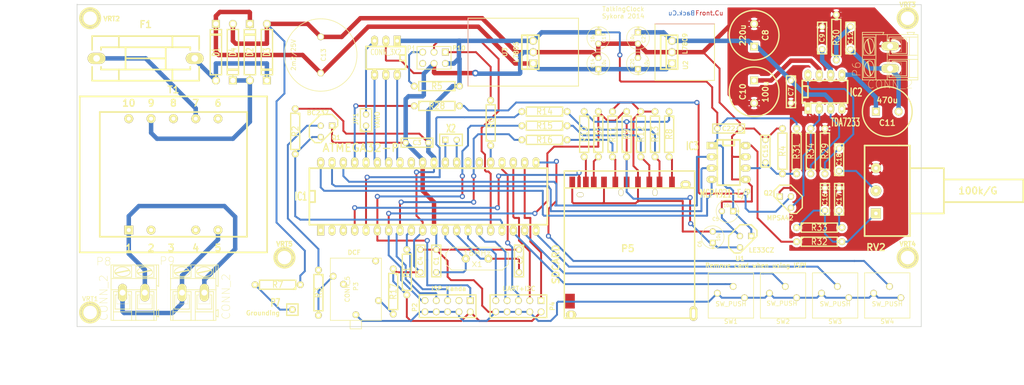
<source format=kicad_pcb>
(kicad_pcb (version 3) (host pcbnew "(2013-june-11)-stable")
  (layers (15 F.Cu signal) (0 B.Cu signal) (21 F.SilkS user) (22 B.Mask user) (23 F.Mask user) (28 Edge.Cuts user))
  (net 0 "")
  (net 1 "/CPU Module/ASCK")
  (net 2 "/CPU Module/ASDI")
  (net 3 "/CPU Module/AUX1")
  (net 4 "/CPU Module/BTN1")
  (net 5 "/CPU Module/BTN2")
  (net 6 "/CPU Module/BTN3")
  (net 7 "/CPU Module/BTN4")
  (net 8 "/CPU Module/DCFPULSE")
  (net 9 "/CPU Module/DETSD")
  (net 10 "/CPU Module/DISPCLK")
  (net 11 "/CPU Module/ELED")
  (net 12 "/CPU Module/IRDATA")
  (net 13 "/CPU Module/MISO")
  (net 14 "/CPU Module/MOSI")
  (net 15 "/CPU Module/SCK")
  (net 16 "/CPU Module/SCL")
  (net 17 "/CPU Module/SDA")
  (net 18 "/CPU Module/SRCLK")
  (net 19 "/CPU Module/SRDATA")
  (net 20 "/CPU Module/UART_RXD")
  (net 21 "/CPU Module/UART_TXD")
  (net 22 "/CPU Module/VANO")
  (net 23 "/CPU Module/XACS")
  (net 24 "/CPU Module/XMUTE")
  (net 25 "/CPU Module/XRES")
  (net 26 "/CPU Module/XSDS")
  (net 27 "/SD Card Interface/3V3")
  (net 28 GND)
  (net 29 N-0000024)
  (net 30 N-0000027)
  (net 31 N-0000028)
  (net 32 N-0000029)
  (net 33 N-0000030)
  (net 34 N-0000036)
  (net 35 N-0000037)
  (net 36 N-0000045)
  (net 37 N-0000051)
  (net 38 N-0000053)
  (net 39 N-0000054)
  (net 40 N-0000055)
  (net 41 N-0000056)
  (net 42 N-0000057)
  (net 43 N-0000058)
  (net 44 N-0000059)
  (net 45 N-0000061)
  (net 46 N-0000063)
  (net 47 N-0000064)
  (net 48 N-0000065)
  (net 49 N-0000066)
  (net 50 N-0000067)
  (net 51 N-0000068)
  (net 52 N-0000069)
  (net 53 N-0000070)
  (net 54 N-0000071)
  (net 55 N-0000072)
  (net 56 N-0000073)
  (net 57 N-0000074)
  (net 58 N-0000075)
  (net 59 N-0000076)
  (net 60 N-0000077)
  (net 61 N-0000078)
  (net 62 N-0000079)
  (net 63 N-0000080)
  (net 64 N-0000081)
  (net 65 VCC)
  (net 66 VDD)
  (module TO92-EBC (layer F.Cu) (at 98.044 82.804)
    (fp_text reference Q1 (at 2.159 1.397) (layer F.SilkS) (effects (font (size 1.016 1.016) (thickness 0.2032))))
    (fp_text value BC237 (at -1.905 -4.191) (layer F.SilkS) (effects (font (size 1.016 1.016) (thickness 0.2032))))
    (pad E thru_hole rect (at 1.27 -1.27) (size 1.397 1.397) (drill 0.8128) (layers *.Cu *.Mask F.SilkS) (net 28 GND))
    (pad B thru_hole circle (at -1.27 -1.27) (size 1.397 1.397) (drill 0.8128) (layers *.Cu *.Mask F.SilkS) (net 31 N-0000028))
    (pad C thru_hole circle (at -1.27 1.27) (size 1.397 1.397) (drill 0.8128) (layers *.Cu *.Mask F.SilkS) (net 8 "/CPU Module/DCFPULSE"))
  )
  (module TO92-CBE (layer F.Cu) (at 200.914 98.679 270)
    (fp_text reference Q2 (at -2.032 3.81 360) (layer F.SilkS) (effects (font (size 1.016 1.016) (thickness 0.2032))))
    (fp_text value MPSA42 (at 3.556 1.143 360) (layer F.SilkS) (effects (font (size 1.016 1.016) (thickness 0.2032))))
    (pad E thru_hole rect (at -1.27 1.27 270) (size 1.397 1.397) (drill 0.8128) (layers *.Cu *.Mask F.SilkS) (net 28 GND))
    (pad B thru_hole circle (at -1.27 -1.27 270) (size 1.397 1.397) (drill 0.8128) (layers *.Cu *.Mask F.SilkS) (net 51 N-0000068))
    (pad C thru_hole circle (at 1.27 -1.27 270) (size 1.397 1.397) (drill 0.8128) (layers *.Cu *.Mask F.SilkS) (net 47 N-0000064))
  )
  (module R4 (layer F.Cu) (at 122.809 77.089)
    (fp_text reference R28 (at 0 0) (layer F.SilkS) (effects (font (size 1.397 1.27) (thickness 0.2032))))
    (fp_text value 20k hide)
    (pad 1 thru_hole circle (at -5.08 0) (size 1.524 1.524) (drill 0.8128) (layers *.Cu *.Mask F.SilkS) (net 24 "/CPU Module/XMUTE"))
    (pad 2 thru_hole circle (at 5.08 0) (size 1.524 1.524) (drill 0.8128) (layers *.Cu *.Mask F.SilkS) (net 51 N-0000068))
  )
  (module R4 (layer F.Cu) (at 116.078 114.427 90)
    (fp_text reference R1 (at 0 0 90) (layer F.SilkS) (effects (font (size 1.397 1.27) (thickness 0.2032))))
    (fp_text value 22k hide)
    (pad 1 thru_hole circle (at -5.08 0 90) (size 1.524 1.524) (drill 0.8128) (layers *.Cu *.Mask F.SilkS) (net 65 VCC))
    (pad 2 thru_hole circle (at 5.08 0 90) (size 1.524 1.524) (drill 0.8128) (layers *.Cu *.Mask F.SilkS) (net 25 "/CPU Module/XRES"))
  )
  (module R4 (layer F.Cu) (at 96.266 118.999 270)
    (fp_text reference R3 (at 0 0 270) (layer F.SilkS) (effects (font (size 1.397 1.27) (thickness 0.2032))))
    (fp_text value 22k hide)
    (pad 1 thru_hole circle (at -5.08 0 270) (size 1.524 1.524) (drill 0.8128) (layers *.Cu *.Mask F.SilkS) (net 31 N-0000028))
    (pad 2 thru_hole circle (at 5.08 0 270) (size 1.524 1.524) (drill 0.8128) (layers *.Cu *.Mask F.SilkS) (net 34 N-0000036))
  )
  (module R4 (layer F.Cu) (at 91.059 82.804 270)
    (fp_text reference R2 (at 0 0 270) (layer F.SilkS) (effects (font (size 1.397 1.27) (thickness 0.2032))))
    (fp_text value 4k7 hide)
    (pad 1 thru_hole circle (at -5.08 0 270) (size 1.524 1.524) (drill 0.8128) (layers *.Cu *.Mask F.SilkS) (net 65 VCC))
    (pad 2 thru_hole circle (at 5.08 0 270) (size 1.524 1.524) (drill 0.8128) (layers *.Cu *.Mask F.SilkS) (net 8 "/CPU Module/DCFPULSE"))
  )
  (module R4 (layer F.Cu) (at 159.004 83.439 90)
    (fp_text reference R35 (at 0 0 90) (layer F.SilkS) (effects (font (size 1.397 1.27) (thickness 0.2032))))
    (fp_text value 0 hide)
    (pad 1 thru_hole circle (at -5.08 0 90) (size 1.524 1.524) (drill 0.8128) (layers *.Cu *.Mask F.SilkS) (net 43 N-0000058))
    (pad 2 thru_hole circle (at 5.08 0 90) (size 1.524 1.524) (drill 0.8128) (layers *.Cu *.Mask F.SilkS) (net 13 "/CPU Module/MISO"))
  )
  (module R4 (layer F.Cu) (at 146.939 84.709 180)
    (fp_text reference R16 (at 0 0 180) (layer F.SilkS) (effects (font (size 1.397 1.27) (thickness 0.2032))))
    (fp_text value 1k5 hide)
    (pad 1 thru_hole circle (at -5.08 0 180) (size 1.524 1.524) (drill 0.8128) (layers *.Cu *.Mask F.SilkS) (net 44 N-0000059))
    (pad 2 thru_hole circle (at 5.08 0 180) (size 1.524 1.524) (drill 0.8128) (layers *.Cu *.Mask F.SilkS) (net 15 "/CPU Module/SCK"))
  )
  (module R4 (layer F.Cu) (at 146.939 81.534 180)
    (fp_text reference R15 (at 0 0 180) (layer F.SilkS) (effects (font (size 1.397 1.27) (thickness 0.2032))))
    (fp_text value 1k5 hide)
    (pad 1 thru_hole circle (at -5.08 0 180) (size 1.524 1.524) (drill 0.8128) (layers *.Cu *.Mask F.SilkS) (net 45 N-0000061))
    (pad 2 thru_hole circle (at 5.08 0 180) (size 1.524 1.524) (drill 0.8128) (layers *.Cu *.Mask F.SilkS) (net 14 "/CPU Module/MOSI"))
  )
  (module R4 (layer F.Cu) (at 146.939 78.359 180)
    (fp_text reference R14 (at 0 0 180) (layer F.SilkS) (effects (font (size 1.397 1.27) (thickness 0.2032))))
    (fp_text value 1k5 hide)
    (pad 1 thru_hole circle (at -5.08 0 180) (size 1.524 1.524) (drill 0.8128) (layers *.Cu *.Mask F.SilkS) (net 42 N-0000057))
    (pad 2 thru_hole circle (at 5.08 0 180) (size 1.524 1.524) (drill 0.8128) (layers *.Cu *.Mask F.SilkS) (net 26 "/CPU Module/XSDS"))
  )
  (module R4 (layer F.Cu) (at 171.704 83.439 90)
    (fp_text reference R13 (at 0 0 90) (layer F.SilkS) (effects (font (size 1.397 1.27) (thickness 0.2032))))
    (fp_text value 2k2 hide)
    (pad 1 thru_hole circle (at -5.08 0 90) (size 1.524 1.524) (drill 0.8128) (layers *.Cu *.Mask F.SilkS) (net 42 N-0000057))
    (pad 2 thru_hole circle (at 5.08 0 90) (size 1.524 1.524) (drill 0.8128) (layers *.Cu *.Mask F.SilkS) (net 28 GND))
  )
  (module R4 (layer F.Cu) (at 168.529 83.439 90)
    (fp_text reference R12 (at 0 0 90) (layer F.SilkS) (effects (font (size 1.397 1.27) (thickness 0.2032))))
    (fp_text value 2k2 hide)
    (pad 1 thru_hole circle (at -5.08 0 90) (size 1.524 1.524) (drill 0.8128) (layers *.Cu *.Mask F.SilkS) (net 45 N-0000061))
    (pad 2 thru_hole circle (at 5.08 0 90) (size 1.524 1.524) (drill 0.8128) (layers *.Cu *.Mask F.SilkS) (net 28 GND))
  )
  (module R4 (layer F.Cu) (at 162.179 83.439 90)
    (fp_text reference R11 (at 0 0 90) (layer F.SilkS) (effects (font (size 1.397 1.27) (thickness 0.2032))))
    (fp_text value 2k2 hide)
    (pad 1 thru_hole circle (at -5.08 0 90) (size 1.524 1.524) (drill 0.8128) (layers *.Cu *.Mask F.SilkS) (net 44 N-0000059))
    (pad 2 thru_hole circle (at 5.08 0 90) (size 1.524 1.524) (drill 0.8128) (layers *.Cu *.Mask F.SilkS) (net 28 GND))
  )
  (module R4 (layer F.Cu) (at 155.829 83.439 270)
    (fp_text reference R10 (at 0 0 270) (layer F.SilkS) (effects (font (size 1.397 1.27) (thickness 0.2032))))
    (fp_text value 50k hide)
    (pad 1 thru_hole circle (at -5.08 0 270) (size 1.524 1.524) (drill 0.8128) (layers *.Cu *.Mask F.SilkS) (net 27 "/SD Card Interface/3V3"))
    (pad 2 thru_hole circle (at 5.08 0 270) (size 1.524 1.524) (drill 0.8128) (layers *.Cu *.Mask F.SilkS) (net 41 N-0000056))
  )
  (module R4 (layer F.Cu) (at 165.354 83.439 90)
    (fp_text reference R9 (at 0 0 90) (layer F.SilkS) (effects (font (size 1.397 1.27) (thickness 0.2032))))
    (fp_text value 50k hide)
    (pad 1 thru_hole circle (at -5.08 0 90) (size 1.524 1.524) (drill 0.8128) (layers *.Cu *.Mask F.SilkS) (net 27 "/SD Card Interface/3V3"))
    (pad 2 thru_hole circle (at 5.08 0 90) (size 1.524 1.524) (drill 0.8128) (layers *.Cu *.Mask F.SilkS) (net 13 "/CPU Module/MISO"))
  )
  (module R4 (layer F.Cu) (at 174.879 83.439 270)
    (fp_text reference R8 (at 0 0 270) (layer F.SilkS) (effects (font (size 1.397 1.27) (thickness 0.2032))))
    (fp_text value 50k hide)
    (pad 1 thru_hole circle (at -5.08 0 270) (size 1.524 1.524) (drill 0.8128) (layers *.Cu *.Mask F.SilkS) (net 27 "/SD Card Interface/3V3"))
    (pad 2 thru_hole circle (at 5.08 0 270) (size 1.524 1.524) (drill 0.8128) (layers *.Cu *.Mask F.SilkS) (net 40 N-0000055))
  )
  (module R4 (layer F.Cu) (at 212.344 61.722 90)
    (fp_text reference R30 (at 0 0 90) (layer F.SilkS) (effects (font (size 1.397 1.27) (thickness 0.2032))))
    (fp_text value 4R7 hide)
    (pad 1 thru_hole circle (at -5.08 0 90) (size 1.524 1.524) (drill 0.8128) (layers *.Cu *.Mask F.SilkS) (net 46 N-0000063))
    (pad 2 thru_hole circle (at 5.08 0 90) (size 1.524 1.524) (drill 0.8128) (layers *.Cu *.Mask F.SilkS) (net 28 GND))
  )
  (module R4 (layer F.Cu) (at 209.804 87.249 90)
    (fp_text reference R29 (at 0 0 90) (layer F.SilkS) (effects (font (size 1.397 1.27) (thickness 0.2032))))
    (fp_text value 10k hide)
    (pad 1 thru_hole circle (at -5.08 0 90) (size 1.524 1.524) (drill 0.8128) (layers *.Cu *.Mask F.SilkS) (net 56 N-0000073))
    (pad 2 thru_hole circle (at 5.08 0 90) (size 1.524 1.524) (drill 0.8128) (layers *.Cu *.Mask F.SilkS) (net 28 GND))
  )
  (module R4 (layer F.Cu) (at 200.279 87.249 90)
    (fp_text reference R4 (at 0 0 90) (layer F.SilkS) (effects (font (size 1.397 1.27) (thickness 0.2032))))
    (fp_text value 390 hide)
    (pad 1 thru_hole circle (at -5.08 0 90) (size 1.524 1.524) (drill 0.8128) (layers *.Cu *.Mask F.SilkS) (net 54 N-0000071))
    (pad 2 thru_hole circle (at 5.08 0 90) (size 1.524 1.524) (drill 0.8128) (layers *.Cu *.Mask F.SilkS) (net 28 GND))
  )
  (module R4 (layer F.Cu) (at 208.534 104.394)
    (fp_text reference R33 (at 0 0) (layer F.SilkS) (effects (font (size 1.397 1.27) (thickness 0.2032))))
    (fp_text value 390 hide)
    (pad 1 thru_hole circle (at -5.08 0) (size 1.524 1.524) (drill 0.8128) (layers *.Cu *.Mask F.SilkS) (net 58 N-0000075))
    (pad 2 thru_hole circle (at 5.08 0) (size 1.524 1.524) (drill 0.8128) (layers *.Cu *.Mask F.SilkS) (net 53 N-0000070))
  )
  (module R4 (layer F.Cu) (at 208.534 107.569)
    (fp_text reference R32 (at 0 0) (layer F.SilkS) (effects (font (size 1.397 1.27) (thickness 0.2032))))
    (fp_text value 390 hide)
    (pad 1 thru_hole circle (at -5.08 0) (size 1.524 1.524) (drill 0.8128) (layers *.Cu *.Mask F.SilkS) (net 57 N-0000074))
    (pad 2 thru_hole circle (at 5.08 0) (size 1.524 1.524) (drill 0.8128) (layers *.Cu *.Mask F.SilkS) (net 58 N-0000075))
  )
  (module R4 (layer F.Cu) (at 122.809 72.644 180)
    (fp_text reference R5 (at 0 0 180) (layer F.SilkS) (effects (font (size 1.397 1.27) (thickness 0.2032))))
    (fp_text value 100 hide)
    (pad 1 thru_hole circle (at -5.08 0 180) (size 1.524 1.524) (drill 0.8128) (layers *.Cu *.Mask F.SilkS) (net 65 VCC))
    (pad 2 thru_hole circle (at 5.08 0 180) (size 1.524 1.524) (drill 0.8128) (layers *.Cu *.Mask F.SilkS) (net 30 N-0000027))
  )
  (module R4 (layer F.Cu) (at 203.454 87.249 270)
    (fp_text reference R31 (at 0 0 270) (layer F.SilkS) (effects (font (size 1.397 1.27) (thickness 0.2032))))
    (fp_text value 20k hide)
    (pad 1 thru_hole circle (at -5.08 0 270) (size 1.524 1.524) (drill 0.8128) (layers *.Cu *.Mask F.SilkS) (net 65 VCC))
    (pad 2 thru_hole circle (at 5.08 0 270) (size 1.524 1.524) (drill 0.8128) (layers *.Cu *.Mask F.SilkS) (net 54 N-0000071))
  )
  (module R4 (layer F.Cu) (at 134.874 80.899 90)
    (fp_text reference R6 (at 0 0 90) (layer F.SilkS) (effects (font (size 1.397 1.27) (thickness 0.2032))))
    (fp_text value 390 hide)
    (pad 1 thru_hole circle (at -5.08 0 90) (size 1.524 1.524) (drill 0.8128) (layers *.Cu *.Mask F.SilkS) (net 11 "/CPU Module/ELED"))
    (pad 2 thru_hole circle (at 5.08 0 90) (size 1.524 1.524) (drill 0.8128) (layers *.Cu *.Mask F.SilkS) (net 38 N-0000053))
  )
  (module R4 (layer F.Cu) (at 206.629 87.249 90)
    (fp_text reference R34 (at 0 0 90) (layer F.SilkS) (effects (font (size 1.397 1.27) (thickness 0.2032))))
    (fp_text value 22k hide)
    (pad 1 thru_hole circle (at -5.08 0 90) (size 1.524 1.524) (drill 0.8128) (layers *.Cu *.Mask F.SilkS) (net 66 VDD))
    (pad 2 thru_hole circle (at 5.08 0 90) (size 1.524 1.524) (drill 0.8128) (layers *.Cu *.Mask F.SilkS) (net 47 N-0000064))
  )
  (module Fuseholder5x20_horiz_SemiClosed_Casing10x25mm_RevA_Date25Jul2010 (layer F.Cu) (at 57.531 66.421)
    (fp_text reference F1 (at 0 -7.62) (layer F.SilkS) (effects (font (size 1.524 1.524) (thickness 0.3048))))
    (fp_text value 500mA hide)
    (pad 2 thru_hole oval (at 11.00074 0 270) (size 2.49936 4.0005) (drill 1.50114) (layers *.Cu *.Mask F.SilkS) (net 63 N-0000080))
    (pad 1 thru_hole oval (at -11.00074 0 270) (size 2.49936 4.0005) (drill 1.50114) (layers *.Cu *.Mask F.SilkS) (net 60 N-0000077))
  )
  (module DIP-8__300_ELL (layer F.Cu) (at 188.214 89.789 270)
    (fp_text reference IC3 (at -3.683 8.128 360) (layer F.SilkS) (effects (font (size 1.778 1.143) (thickness 0.3048))))
    (fp_text value MCP4921-E/P (at 6.985 0.762 360) (layer F.SilkS) (effects (font (size 1.778 1.016) (thickness 0.3048))))
    (pad 1 thru_hole rect (at -3.81 3.81 270) (size 1.5748 2.286) (drill 0.8128) (layers *.Cu *.Mask F.SilkS) (net 65 VCC))
    (pad 2 thru_hole oval (at -1.27 3.81 270) (size 1.5748 2.286) (drill 0.8128) (layers *.Cu *.Mask F.SilkS) (net 23 "/CPU Module/XACS"))
    (pad 3 thru_hole oval (at 1.27 3.81 270) (size 1.5748 2.286) (drill 0.8128) (layers *.Cu *.Mask F.SilkS) (net 1 "/CPU Module/ASCK"))
    (pad 4 thru_hole oval (at 3.81 3.81 270) (size 1.5748 2.286) (drill 0.8128) (layers *.Cu *.Mask F.SilkS) (net 2 "/CPU Module/ASDI"))
    (pad 5 thru_hole oval (at 3.81 -3.81 270) (size 1.5748 2.286) (drill 0.8128) (layers *.Cu *.Mask F.SilkS) (net 28 GND))
    (pad 6 thru_hole oval (at 1.27 -3.81 270) (size 1.5748 2.286) (drill 0.8128) (layers *.Cu *.Mask F.SilkS) (net 54 N-0000071))
    (pad 7 thru_hole oval (at -1.27 -3.81 270) (size 1.5748 2.286) (drill 0.8128) (layers *.Cu *.Mask F.SilkS) (net 28 GND))
    (pad 8 thru_hole oval (at -3.81 -3.81 270) (size 1.5748 2.286) (drill 0.8128) (layers *.Cu *.Mask F.SilkS) (net 57 N-0000074))
  )
  (module DIP-8__300_ELL (layer F.Cu) (at 209.804 73.914)
    (fp_text reference IC2 (at 6.985 0.127) (layer F.SilkS) (effects (font (size 1.778 1.143) (thickness 0.3048))))
    (fp_text value TDA7233 (at 4.572 6.858) (layer F.SilkS) (effects (font (size 1.778 1.016) (thickness 0.3048))))
    (pad 1 thru_hole rect (at -3.81 3.81) (size 1.5748 2.286) (drill 0.8128) (layers *.Cu *.Mask F.SilkS) (net 28 GND))
    (pad 2 thru_hole oval (at -1.27 3.81) (size 1.5748 2.286) (drill 0.8128) (layers *.Cu *.Mask F.SilkS) (net 47 N-0000064))
    (pad 3 thru_hole oval (at 1.27 3.81) (size 1.5748 2.286) (drill 0.8128) (layers *.Cu *.Mask F.SilkS) (net 66 VDD))
    (pad 4 thru_hole oval (at 3.81 3.81) (size 1.5748 2.286) (drill 0.8128) (layers *.Cu *.Mask F.SilkS) (net 28 GND))
    (pad 5 thru_hole oval (at 3.81 -3.81) (size 1.5748 2.286) (drill 0.8128) (layers *.Cu *.Mask F.SilkS) (net 49 N-0000066))
    (pad 6 thru_hole oval (at 1.27 -3.81) (size 1.5748 2.286) (drill 0.8128) (layers *.Cu *.Mask F.SilkS) (net 48 N-0000065))
    (pad 7 thru_hole oval (at -1.27 -3.81) (size 1.5748 2.286) (drill 0.8128) (layers *.Cu *.Mask F.SilkS) (net 50 N-0000067))
    (pad 8 thru_hole oval (at -3.81 -3.81) (size 1.5748 2.286) (drill 0.8128) (layers *.Cu *.Mask F.SilkS) (net 56 N-0000073))
  )
  (module DIP-40__600_ELL (layer F.Cu) (at 120.904 97.409)
    (fp_text reference IC1 (at -28.575 0) (layer F.SilkS) (effects (font (size 1.778 1.143) (thickness 0.3048))))
    (fp_text value ATMEGA32-P (at -15.113 -10.922) (layer F.SilkS) (effects (font (size 1.778 1.778) (thickness 0.3048))))
    (pad 1 thru_hole rect (at -24.13 7.62) (size 1.5748 2.286) (drill 0.8128) (layers *.Cu *.Mask F.SilkS))
    (pad 2 thru_hole oval (at -21.59 7.62) (size 1.5748 2.286) (drill 0.8128) (layers *.Cu *.Mask F.SilkS))
    (pad 3 thru_hole oval (at -19.05 7.62) (size 1.5748 2.286) (drill 0.8128) (layers *.Cu *.Mask F.SilkS))
    (pad 4 thru_hole oval (at -16.51 7.62) (size 1.5748 2.286) (drill 0.8128) (layers *.Cu *.Mask F.SilkS) (net 9 "/CPU Module/DETSD"))
    (pad 5 thru_hole oval (at -13.97 7.62) (size 1.5748 2.286) (drill 0.8128) (layers *.Cu *.Mask F.SilkS) (net 26 "/CPU Module/XSDS"))
    (pad 6 thru_hole oval (at -11.43 7.62) (size 1.5748 2.286) (drill 0.8128) (layers *.Cu *.Mask F.SilkS) (net 14 "/CPU Module/MOSI"))
    (pad 7 thru_hole oval (at -8.89 7.62) (size 1.5748 2.286) (drill 0.8128) (layers *.Cu *.Mask F.SilkS) (net 13 "/CPU Module/MISO"))
    (pad 8 thru_hole oval (at -6.35 7.62) (size 1.5748 2.286) (drill 0.8128) (layers *.Cu *.Mask F.SilkS) (net 15 "/CPU Module/SCK"))
    (pad 9 thru_hole oval (at -3.81 7.62) (size 1.5748 2.286) (drill 0.8128) (layers *.Cu *.Mask F.SilkS) (net 25 "/CPU Module/XRES"))
    (pad 10 thru_hole oval (at -1.27 7.62) (size 1.5748 2.286) (drill 0.8128) (layers *.Cu *.Mask F.SilkS) (net 65 VCC))
    (pad 11 thru_hole oval (at 1.27 7.62) (size 1.5748 2.286) (drill 0.8128) (layers *.Cu *.Mask F.SilkS) (net 28 GND))
    (pad 12 thru_hole oval (at 3.81 7.62) (size 1.5748 2.286) (drill 0.8128) (layers *.Cu *.Mask F.SilkS) (net 39 N-0000054))
    (pad 13 thru_hole oval (at 6.35 7.62) (size 1.5748 2.286) (drill 0.8128) (layers *.Cu *.Mask F.SilkS) (net 37 N-0000051))
    (pad 14 thru_hole oval (at 8.89 7.62) (size 1.5748 2.286) (drill 0.8128) (layers *.Cu *.Mask F.SilkS) (net 20 "/CPU Module/UART_RXD"))
    (pad 15 thru_hole oval (at 11.43 7.62) (size 1.5748 2.286) (drill 0.8128) (layers *.Cu *.Mask F.SilkS) (net 21 "/CPU Module/UART_TXD"))
    (pad 16 thru_hole oval (at 13.97 7.62) (size 1.5748 2.286) (drill 0.8128) (layers *.Cu *.Mask F.SilkS) (net 12 "/CPU Module/IRDATA"))
    (pad 17 thru_hole oval (at 16.51 7.62) (size 1.5748 2.286) (drill 0.8128) (layers *.Cu *.Mask F.SilkS) (net 8 "/CPU Module/DCFPULSE"))
    (pad 18 thru_hole oval (at 19.05 7.62) (size 1.5748 2.286) (drill 0.8128) (layers *.Cu *.Mask F.SilkS) (net 4 "/CPU Module/BTN1"))
    (pad 19 thru_hole oval (at 21.59 7.62) (size 1.5748 2.286) (drill 0.8128) (layers *.Cu *.Mask F.SilkS) (net 5 "/CPU Module/BTN2"))
    (pad 20 thru_hole oval (at 24.13 7.62) (size 1.5748 2.286) (drill 0.8128) (layers *.Cu *.Mask F.SilkS) (net 6 "/CPU Module/BTN3"))
    (pad 21 thru_hole oval (at 24.13 -7.62) (size 1.5748 2.286) (drill 0.8128) (layers *.Cu *.Mask F.SilkS) (net 7 "/CPU Module/BTN4"))
    (pad 22 thru_hole oval (at 21.59 -7.62) (size 1.5748 2.286) (drill 0.8128) (layers *.Cu *.Mask F.SilkS) (net 16 "/CPU Module/SCL"))
    (pad 23 thru_hole oval (at 19.05 -7.62) (size 1.5748 2.286) (drill 0.8128) (layers *.Cu *.Mask F.SilkS) (net 17 "/CPU Module/SDA"))
    (pad 24 thru_hole oval (at 16.51 -7.62) (size 1.5748 2.286) (drill 0.8128) (layers *.Cu *.Mask F.SilkS) (net 3 "/CPU Module/AUX1"))
    (pad 25 thru_hole oval (at 13.97 -7.62) (size 1.5748 2.286) (drill 0.8128) (layers *.Cu *.Mask F.SilkS) (net 11 "/CPU Module/ELED"))
    (pad 26 thru_hole oval (at 11.43 -7.62) (size 1.5748 2.286) (drill 0.8128) (layers *.Cu *.Mask F.SilkS))
    (pad 27 thru_hole oval (at 8.89 -7.62) (size 1.5748 2.286) (drill 0.8128) (layers *.Cu *.Mask F.SilkS))
    (pad 28 thru_hole oval (at 6.35 -7.62) (size 1.5748 2.286) (drill 0.8128) (layers *.Cu *.Mask F.SilkS) (net 33 N-0000030))
    (pad 29 thru_hole oval (at 3.81 -7.62) (size 1.5748 2.286) (drill 0.8128) (layers *.Cu *.Mask F.SilkS) (net 32 N-0000029))
    (pad 30 thru_hole oval (at 1.27 -7.62) (size 1.5748 2.286) (drill 0.8128) (layers *.Cu *.Mask F.SilkS) (net 65 VCC))
    (pad 31 thru_hole oval (at -1.27 -7.62) (size 1.5748 2.286) (drill 0.8128) (layers *.Cu *.Mask F.SilkS) (net 28 GND))
    (pad 32 thru_hole oval (at -3.81 -7.62) (size 1.5748 2.286) (drill 0.8128) (layers *.Cu *.Mask F.SilkS))
    (pad 33 thru_hole oval (at -6.35 -7.62) (size 1.5748 2.286) (drill 0.8128) (layers *.Cu *.Mask F.SilkS) (net 10 "/CPU Module/DISPCLK"))
    (pad 34 thru_hole oval (at -8.89 -7.62) (size 1.5748 2.286) (drill 0.8128) (layers *.Cu *.Mask F.SilkS) (net 18 "/CPU Module/SRCLK"))
    (pad 35 thru_hole oval (at -11.43 -7.62) (size 1.5748 2.286) (drill 0.8128) (layers *.Cu *.Mask F.SilkS) (net 19 "/CPU Module/SRDATA"))
    (pad 36 thru_hole oval (at -13.97 -7.62) (size 1.5748 2.286) (drill 0.8128) (layers *.Cu *.Mask F.SilkS) (net 22 "/CPU Module/VANO"))
    (pad 37 thru_hole oval (at -16.51 -7.62) (size 1.5748 2.286) (drill 0.8128) (layers *.Cu *.Mask F.SilkS) (net 24 "/CPU Module/XMUTE"))
    (pad 38 thru_hole oval (at -19.05 -7.62) (size 1.5748 2.286) (drill 0.8128) (layers *.Cu *.Mask F.SilkS) (net 23 "/CPU Module/XACS"))
    (pad 39 thru_hole oval (at -21.59 -7.62) (size 1.5748 2.286) (drill 0.8128) (layers *.Cu *.Mask F.SilkS) (net 1 "/CPU Module/ASCK"))
    (pad 40 thru_hole oval (at -24.13 -7.62) (size 1.5748 2.286) (drill 0.8128) (layers *.Cu *.Mask F.SilkS) (net 2 "/CPU Module/ASDI"))
  )
  (module D5 (layer F.Cu) (at 84.709 65.024 270)
    (fp_text reference D3 (at 0 0 270) (layer F.SilkS) (effects (font (size 1.524 1.016) (thickness 0.3048))))
    (fp_text value 1N4001 hide)
    (pad 1 thru_hole circle (at -6.35 0 270) (size 1.778 1.778) (drill 1.143) (layers *.Cu *.Mask F.SilkS) (net 28 GND))
    (pad 2 thru_hole rect (at 6.35 0 270) (size 1.778 1.778) (drill 1.143) (layers *.Cu *.Mask F.SilkS) (net 63 N-0000080))
  )
  (module D5 (layer F.Cu) (at 80.899 65.024 90)
    (fp_text reference D2 (at 0 0 90) (layer F.SilkS) (effects (font (size 1.524 1.016) (thickness 0.3048))))
    (fp_text value 1N4001 hide)
    (pad 1 thru_hole circle (at -6.35 0 90) (size 1.778 1.778) (drill 1.143) (layers *.Cu *.Mask F.SilkS) (net 62 N-0000079))
    (pad 2 thru_hole rect (at 6.35 0 90) (size 1.778 1.778) (drill 1.143) (layers *.Cu *.Mask F.SilkS) (net 64 N-0000081))
  )
  (module D5 (layer F.Cu) (at 73.279 65.024 90)
    (fp_text reference D1 (at 0 0 90) (layer F.SilkS) (effects (font (size 1.524 1.016) (thickness 0.3048))))
    (fp_text value 1N4001 hide)
    (pad 1 thru_hole circle (at -6.35 0 90) (size 1.778 1.778) (drill 1.143) (layers *.Cu *.Mask F.SilkS) (net 63 N-0000080))
    (pad 2 thru_hole rect (at 6.35 0 90) (size 1.778 1.778) (drill 1.143) (layers *.Cu *.Mask F.SilkS) (net 64 N-0000081))
  )
  (module D5 (layer F.Cu) (at 77.089 65.024 270)
    (fp_text reference D4 (at 0 0 270) (layer F.SilkS) (effects (font (size 1.524 1.016) (thickness 0.3048))))
    (fp_text value 1N4001 hide)
    (pad 1 thru_hole circle (at -6.35 0 270) (size 1.778 1.778) (drill 1.143) (layers *.Cu *.Mask F.SilkS) (net 28 GND))
    (pad 2 thru_hole rect (at 6.35 0 270) (size 1.778 1.778) (drill 1.143) (layers *.Cu *.Mask F.SilkS) (net 62 N-0000079))
  )
  (module C2V10 (layer F.Cu) (at 193.929 73.914 270)
    (fp_text reference C10 (at 0 2.54 270) (layer F.SilkS) (effects (font (size 1.27 1.27) (thickness 0.254))))
    (fp_text value 100u (at 0 -2.54 270) (layer F.SilkS) (effects (font (size 1.27 1.27) (thickness 0.254))))
    (pad 1 thru_hole rect (at -2.54 0 270) (size 1.778 1.778) (drill 1.016) (layers *.Cu *.Mask F.SilkS) (net 50 N-0000067))
    (pad 2 thru_hole circle (at 2.54 0 270) (size 1.778 1.778) (drill 1.016) (layers *.Cu *.Mask F.SilkS) (net 28 GND))
  )
  (module C2V10 (layer F.Cu) (at 223.774 78.359)
    (fp_text reference C11 (at 0 2.54) (layer F.SilkS) (effects (font (size 1.27 1.27) (thickness 0.254))))
    (fp_text value 470u (at 0 -2.54) (layer F.SilkS) (effects (font (size 1.27 1.27) (thickness 0.254))))
    (pad 1 thru_hole rect (at -2.54 0) (size 1.778 1.778) (drill 1.016) (layers *.Cu *.Mask F.SilkS) (net 49 N-0000066))
    (pad 2 thru_hole circle (at 2.54 0) (size 1.778 1.778) (drill 1.016) (layers *.Cu *.Mask F.SilkS) (net 52 N-0000069))
  )
  (module C2V10 (layer F.Cu) (at 193.929 61.214 90)
    (fp_text reference C8 (at 0 2.54 90) (layer F.SilkS) (effects (font (size 1.27 1.27) (thickness 0.254))))
    (fp_text value 220u (at 0 -2.54 90) (layer F.SilkS) (effects (font (size 1.27 1.27) (thickness 0.254))))
    (pad 1 thru_hole rect (at -2.54 0 90) (size 1.778 1.778) (drill 1.016) (layers *.Cu *.Mask F.SilkS) (net 66 VDD))
    (pad 2 thru_hole circle (at 2.54 0 90) (size 1.778 1.778) (drill 1.016) (layers *.Cu *.Mask F.SilkS) (net 28 GND))
  )
  (module C2 (layer F.Cu) (at 209.804 98.044 90)
    (fp_text reference C16 (at 0 0 90) (layer F.SilkS) (effects (font (size 1.016 1.016) (thickness 0.2032))))
    (fp_text value 100n hide)
    (pad 1 thru_hole circle (at -2.54 0 90) (size 1.397 1.397) (drill 0.8128) (layers *.Cu *.Mask F.SilkS) (net 58 N-0000075))
    (pad 2 thru_hole circle (at 2.54 0 90) (size 1.397 1.397) (drill 0.8128) (layers *.Cu *.Mask F.SilkS) (net 28 GND))
  )
  (module C2 (layer F.Cu) (at 202.184 73.914 270)
    (fp_text reference C7 (at 0 0 270) (layer F.SilkS) (effects (font (size 1.016 1.016) (thickness 0.2032))))
    (fp_text value 100n hide)
    (pad 1 thru_hole circle (at -2.54 0 270) (size 1.397 1.397) (drill 0.8128) (layers *.Cu *.Mask F.SilkS) (net 66 VDD))
    (pad 2 thru_hole circle (at 2.54 0 270) (size 1.397 1.397) (drill 0.8128) (layers *.Cu *.Mask F.SilkS) (net 28 GND))
  )
  (module C2 (layer F.Cu) (at 215.519 61.849 90)
    (fp_text reference C12 (at 0 0 90) (layer F.SilkS) (effects (font (size 1.016 1.016) (thickness 0.2032))))
    (fp_text value 100n hide)
    (pad 1 thru_hole circle (at -2.54 0 90) (size 1.397 1.397) (drill 0.8128) (layers *.Cu *.Mask F.SilkS) (net 52 N-0000069))
    (pad 2 thru_hole circle (at 2.54 0 90) (size 1.397 1.397) (drill 0.8128) (layers *.Cu *.Mask F.SilkS) (net 46 N-0000063))
  )
  (module C2 (layer F.Cu) (at 212.979 89.154 90)
    (fp_text reference C18 (at 0 0 90) (layer F.SilkS) (effects (font (size 1.016 1.016) (thickness 0.2032))))
    (fp_text value 100u hide)
    (pad 1 thru_hole circle (at -2.54 0 90) (size 1.397 1.397) (drill 0.8128) (layers *.Cu *.Mask F.SilkS) (net 55 N-0000072))
    (pad 2 thru_hole circle (at 2.54 0 90) (size 1.397 1.397) (drill 0.8128) (layers *.Cu *.Mask F.SilkS) (net 56 N-0000073))
  )
  (module C2 (layer F.Cu) (at 212.979 98.044 90)
    (fp_text reference C17 (at 0 0 90) (layer F.SilkS) (effects (font (size 1.016 1.016) (thickness 0.2032))))
    (fp_text value 100n hide)
    (pad 1 thru_hole circle (at -2.54 0 90) (size 1.397 1.397) (drill 0.8128) (layers *.Cu *.Mask F.SilkS) (net 53 N-0000070))
    (pad 2 thru_hole circle (at 2.54 0 90) (size 1.397 1.397) (drill 0.8128) (layers *.Cu *.Mask F.SilkS) (net 28 GND))
  )
  (module C2 (layer F.Cu) (at 141.224 111.887 270)
    (fp_text reference C2 (at -0.254 -0.254 270) (layer F.SilkS) (effects (font (size 1.016 1.016) (thickness 0.2032))))
    (fp_text value 12p hide)
    (pad 1 thru_hole circle (at -2.54 0 270) (size 1.397 1.397) (drill 0.8128) (layers *.Cu *.Mask F.SilkS) (net 28 GND))
    (pad 2 thru_hole circle (at 2.54 0 270) (size 1.397 1.397) (drill 0.8128) (layers *.Cu *.Mask F.SilkS) (net 37 N-0000051))
  )
  (module C2 (layer F.Cu) (at 122.682 111.887 270)
    (fp_text reference C1 (at 0 0 270) (layer F.SilkS) (effects (font (size 1.016 1.016) (thickness 0.2032))))
    (fp_text value 12p hide)
    (pad 1 thru_hole circle (at -2.54 0 270) (size 1.397 1.397) (drill 0.8128) (layers *.Cu *.Mask F.SilkS) (net 28 GND))
    (pad 2 thru_hole circle (at 2.54 0 270) (size 1.397 1.397) (drill 0.8128) (layers *.Cu *.Mask F.SilkS) (net 39 N-0000054))
  )
  (module C2 (layer F.Cu) (at 119.126 111.887 90)
    (fp_text reference C4 (at 0 0 90) (layer F.SilkS) (effects (font (size 1.016 1.016) (thickness 0.2032))))
    (fp_text value 10n hide)
    (pad 1 thru_hole circle (at -2.54 0 90) (size 1.397 1.397) (drill 0.8128) (layers *.Cu *.Mask F.SilkS) (net 65 VCC))
    (pad 2 thru_hole circle (at 2.54 0 90) (size 1.397 1.397) (drill 0.8128) (layers *.Cu *.Mask F.SilkS) (net 28 GND))
  )
  (module C2 (layer F.Cu) (at 118.364 85.344 180)
    (fp_text reference C3 (at 0 0 180) (layer F.SilkS) (effects (font (size 1.016 1.016) (thickness 0.2032))))
    (fp_text value 10n hide)
    (pad 1 thru_hole circle (at -2.54 0 180) (size 1.397 1.397) (drill 0.8128) (layers *.Cu *.Mask F.SilkS) (net 65 VCC))
    (pad 2 thru_hole circle (at 2.54 0 180) (size 1.397 1.397) (drill 0.8128) (layers *.Cu *.Mask F.SilkS) (net 28 GND))
  )
  (module C1V5 (layer F.Cu) (at 187.96 100.711 180)
    (fp_text reference C5 (at 2.667 -1.778 180) (layer F.SilkS) (effects (font (size 0.762 0.762) (thickness 0.127))))
    (fp_text value 10u (at 0 1.27 180) (layer F.SilkS) (effects (font (size 0.762 0.635) (thickness 0.127))))
    (fp_text user + (at -2.286 0 270) (layer F.SilkS) (effects (font (size 0.762 0.762) (thickness 0.2032))))
    (pad 1 thru_hole rect (at -1.27 0 180) (size 1.397 1.397) (drill 0.8128) (layers *.Cu *.Mask F.SilkS) (net 65 VCC))
    (pad 2 thru_hole circle (at 1.27 0 180) (size 1.397 1.397) (drill 0.8128) (layers *.Cu *.Mask F.SilkS) (net 28 GND))
  )
  (module C1V5 (layer F.Cu) (at 184.658 106.553 90)
    (fp_text reference C6 (at -1.524 -2.921 90) (layer F.SilkS) (effects (font (size 0.762 0.762) (thickness 0.127))))
    (fp_text value 10u (at 0 1.27 90) (layer F.SilkS) (effects (font (size 0.762 0.635) (thickness 0.127))))
    (fp_text user + (at -2.286 0 90) (layer F.SilkS) (effects (font (size 0.762 0.762) (thickness 0.2032))))
    (pad 1 thru_hole rect (at -1.27 0 90) (size 1.397 1.397) (drill 0.8128) (layers *.Cu *.Mask F.SilkS) (net 27 "/SD Card Interface/3V3"))
    (pad 2 thru_hole circle (at 1.27 0 90) (size 1.397 1.397) (drill 0.8128) (layers *.Cu *.Mask F.SilkS) (net 28 GND))
  )
  (module C1V5 (layer F.Cu) (at 159.004 67.564 90)
    (fp_text reference C14 (at 0 -1.27 90) (layer F.SilkS) (effects (font (size 0.762 0.762) (thickness 0.127))))
    (fp_text value 10u (at 0 1.27 90) (layer F.SilkS) (effects (font (size 0.762 0.635) (thickness 0.127))))
    (fp_text user + (at -2.286 0 90) (layer F.SilkS) (effects (font (size 0.762 0.762) (thickness 0.2032))))
    (pad 1 thru_hole rect (at -1.27 0 90) (size 1.397 1.397) (drill 0.8128) (layers *.Cu *.Mask F.SilkS) (net 64 N-0000081))
    (pad 2 thru_hole circle (at 1.27 0 90) (size 1.397 1.397) (drill 0.8128) (layers *.Cu *.Mask F.SilkS) (net 28 GND))
  )
  (module C1V5 (layer F.Cu) (at 159.004 61.849 270)
    (fp_text reference C19 (at 0 -1.26746 270) (layer F.SilkS) (effects (font (size 0.762 0.762) (thickness 0.127))))
    (fp_text value 10u (at 0 1.27 270) (layer F.SilkS) (effects (font (size 0.762 0.635) (thickness 0.127))))
    (fp_text user + (at -2.286 0 270) (layer F.SilkS) (effects (font (size 0.762 0.762) (thickness 0.2032))))
    (pad 1 thru_hole rect (at -1.27 0 270) (size 1.397 1.397) (drill 0.8128) (layers *.Cu *.Mask F.SilkS) (net 65 VCC))
    (pad 2 thru_hole circle (at 1.27 0 270) (size 1.397 1.397) (drill 0.8128) (layers *.Cu *.Mask F.SilkS) (net 28 GND))
  )
  (module C2 (layer F.Cu) (at 196.469 87.249 90)
    (fp_text reference C15 (at 0 0 90) (layer F.SilkS) (effects (font (size 1.016 1.016) (thickness 0.2032))))
    (fp_text value 4u7 hide)
    (pad 1 thru_hole circle (at -2.54 0 90) (size 1.397 1.397) (drill 0.8128) (layers *.Cu *.Mask F.SilkS) (net 54 N-0000071))
    (pad 2 thru_hole circle (at 2.54 0 90) (size 1.397 1.397) (drill 0.8128) (layers *.Cu *.Mask F.SilkS) (net 28 GND))
  )
  (module POTA_Fav (layer F.Cu) (at 226.314 96.139 180)
    (fp_text reference RV2 (at 5.08 -12.7 180) (layer F.SilkS) (effects (font (size 1.524 1.524) (thickness 0.3048))))
    (fp_text value 100k/G (at -17.78 0 180) (layer F.SilkS) (effects (font (size 1.524 1.524) (thickness 0.3048))))
    (pad 2 thru_hole circle (at 5.08 0 180) (size 2.39522 2.39522) (drill 0.8128) (layers *.Cu *.Mask F.SilkS) (net 55 N-0000072))
    (pad 1 thru_hole rect (at 5.08 -5.08 180) (size 2.24028 2.24028) (drill 0.8128) (layers *.Cu *.Mask F.SilkS) (net 58 N-0000075))
    (pad 3 thru_hole circle (at 5.08 5.08 180) (size 2.24028 2.24028) (drill 0.8128) (layers *.Cu *.Mask F.SilkS) (net 28 GND))
  )
  (module C2 (layer F.Cu) (at 209.169 61.849 90)
    (fp_text reference C9 (at 0 0 90) (layer F.SilkS) (effects (font (size 1.016 1.016) (thickness 0.2032))))
    (fp_text value 22n hide)
    (pad 1 thru_hole circle (at -2.54 0 90) (size 1.397 1.397) (drill 0.8128) (layers *.Cu *.Mask F.SilkS) (net 48 N-0000065))
    (pad 2 thru_hole circle (at 2.54 0 90) (size 1.397 1.397) (drill 0.8128) (layers *.Cu *.Mask F.SilkS) (net 28 GND))
  )
  (module TO92-123 (layer F.Cu) (at 192.024 107.569)
    (fp_text reference U1 (at -1.27 3.81) (layer F.SilkS) (effects (font (size 1.016 1.016) (thickness 0.2032))))
    (fp_text value LE33CZ (at 3.556 1.905) (layer F.SilkS) (effects (font (size 1.016 1.016) (thickness 0.2032))))
    (pad 3 thru_hole rect (at 1.27 -1.27) (size 1.397 1.397) (drill 0.8128) (layers *.Cu *.Mask F.SilkS) (net 65 VCC))
    (pad 2 thru_hole circle (at -1.27 -1.27) (size 1.397 1.397) (drill 0.8128) (layers *.Cu *.Mask F.SilkS) (net 28 GND))
    (pad 1 thru_hole circle (at -1.27 1.27) (size 1.397 1.397) (drill 0.8128) (layers *.Cu *.Mask F.SilkS) (net 27 "/SD Card Interface/3V3"))
  )
  (module HC-18UV (layer F.Cu) (at 131.826 111.379 180)
    (fp_text reference X1 (at 0 -1.27 180) (layer F.SilkS) (effects (font (size 1.143 1.27) (thickness 0.1524))))
    (fp_text value 16MHz (at 0 1.27 180) (layer F.SilkS) (effects (font (size 1.143 1.27) (thickness 0.1524))))
    (pad 1 thru_hole circle (at -2.54 0 180) (size 1.778 1.778) (drill 0.8128) (layers *.Cu *.Mask F.SilkS) (net 37 N-0000051))
    (pad 2 thru_hole circle (at 2.54 0 180) (size 1.778 1.778) (drill 0.8128) (layers *.Cu *.Mask F.SilkS) (net 39 N-0000054))
  )
  (module SIL-2 (layer F.Cu) (at 125.984 84.709)
    (fp_text reference X2 (at 0 -2.54) (layer F.SilkS) (effects (font (size 1.72974 1.08712) (thickness 0.3048))))
    (fp_text value 32768 hide)
    (pad 1 thru_hole rect (at -1.27 0) (size 1.397 1.397) (drill 0.8128) (layers *.Cu *.Mask F.SilkS) (net 32 N-0000029))
    (pad 2 thru_hole circle (at 1.27 0) (size 1.397 1.397) (drill 0.8128) (layers *.Cu *.Mask F.SilkS) (net 33 N-0000030))
  )
  (module TO220vertical (layer F.Cu) (at 143.129 65.024)
    (fp_text reference U3 (at -5.08 0 90) (layer F.SilkS) (effects (font (size 1.016 1.016) (thickness 0.2032))))
    (fp_text value L7805 (at -2.54 0 90) (layer F.SilkS) (effects (font (size 1.016 1.016) (thickness 0.2032))))
    (pad 1 thru_hole rect (at 1.27 2.54) (size 1.778 1.778) (drill 1.143) (layers *.Cu *.Mask F.SilkS) (net 64 N-0000081))
    (pad 2 thru_hole circle (at 1.27 -2.54) (size 1.778 1.778) (drill 1.143) (layers *.Cu *.Mask F.SilkS) (net 65 VCC))
    (pad 3 thru_hole circle (at 1.27 0) (size 1.778 1.778) (drill 1.143) (layers *.Cu *.Mask F.SilkS) (net 28 GND))
  )
  (module C1V5 (layer F.Cu) (at 167.894 67.564 90)
    (fp_text reference C20 (at 0 -1.27 90) (layer F.SilkS) (effects (font (size 0.762 0.762) (thickness 0.127))))
    (fp_text value 10u (at 0 1.905 90) (layer F.SilkS) (effects (font (size 0.762 0.635) (thickness 0.127))))
    (fp_text user + (at -2.286 0 90) (layer F.SilkS) (effects (font (size 0.762 0.762) (thickness 0.2032))))
    (pad 1 thru_hole rect (at -1.27 0 90) (size 1.397 1.397) (drill 0.8128) (layers *.Cu *.Mask F.SilkS) (net 64 N-0000081))
    (pad 2 thru_hole circle (at 1.27 0 90) (size 1.397 1.397) (drill 0.8128) (layers *.Cu *.Mask F.SilkS) (net 28 GND))
  )
  (module C1V5 (layer F.Cu) (at 167.894 61.849 270)
    (fp_text reference C21 (at 0 -1.27 270) (layer F.SilkS) (effects (font (size 0.762 0.762) (thickness 0.127))))
    (fp_text value 10u (at 0 1.27 270) (layer F.SilkS) (effects (font (size 0.762 0.635) (thickness 0.127))))
    (fp_text user + (at -2.286 0 270) (layer F.SilkS) (effects (font (size 0.762 0.762) (thickness 0.2032))))
    (pad 1 thru_hole rect (at -1.27 0 270) (size 1.397 1.397) (drill 0.8128) (layers *.Cu *.Mask F.SilkS) (net 66 VDD))
    (pad 2 thru_hole circle (at 1.27 0 270) (size 1.397 1.397) (drill 0.8128) (layers *.Cu *.Mask F.SilkS) (net 28 GND))
  )
  (module TO220vertical (layer F.Cu) (at 174.244 65.024)
    (fp_text reference U2 (at 4.318 2.921 90) (layer F.SilkS) (effects (font (size 1.016 1.016) (thickness 0.2032))))
    (fp_text value L7809 (at 4.191 -1.905 90) (layer F.SilkS) (effects (font (size 1.016 1.016) (thickness 0.2032))))
    (pad 1 thru_hole rect (at 1.27 2.54) (size 1.778 1.778) (drill 1.143) (layers *.Cu *.Mask F.SilkS) (net 64 N-0000081))
    (pad 2 thru_hole circle (at 1.27 -2.54) (size 1.778 1.778) (drill 1.143) (layers *.Cu *.Mask F.SilkS) (net 66 VDD))
    (pad 3 thru_hole circle (at 1.27 0) (size 1.778 1.778) (drill 1.143) (layers *.Cu *.Mask F.SilkS) (net 28 GND))
  )
  (module CAP_8_16MM (layer F.Cu) (at 96.774 65.659 90)
    (fp_text reference C13 (at 0 0.635 90) (layer F.SilkS))
    (fp_text value 2m2/25V (at 0 -6.096 90) (layer F.SilkS))
    (pad 2 thru_hole circle (at 4.064 0 90) (size 1.5 1.5) (drill 1) (layers *.Cu *.Mask F.SilkS) (net 28 GND))
    (pad 1 thru_hole circle (at -4.064 0 90) (size 1.5 1.5) (drill 1) (layers *.Cu *.Mask F.SilkS) (net 64 N-0000081))
  )
  (module R4 (layer F.Cu) (at 87.122 117.221 180)
    (fp_text reference R7 (at 0 0 180) (layer F.SilkS) (effects (font (size 1.397 1.27) (thickness 0.2032))))
    (fp_text value 68k hide)
    (pad 1 thru_hole circle (at -5.08 0 180) (size 1.524 1.524) (drill 0.8128) (layers *.Cu *.Mask F.SilkS) (net 28 GND))
    (pad 2 thru_hole circle (at 5.08 0 180) (size 1.524 1.524) (drill 0.8128) (layers *.Cu *.Mask F.SilkS) (net 29 N-0000024))
  )
  (module DIP-6__300_ELL (layer F.Cu) (at 111.379 66.294 180)
    (fp_text reference P1 (at -5.715 1.905 180) (layer F.SilkS) (effects (font (size 1.524 1.016) (thickness 0.1524))))
    (fp_text value CONN_3X2 (at 0 1.27 180) (layer F.SilkS) (effects (font (size 1.27 0.889) (thickness 0.1524))))
    (pad 1 thru_hole rect (at -2.54 3.81 180) (size 1.5748 2.286) (drill 0.8128) (layers *.Cu *.Mask F.SilkS) (net 65 VCC))
    (pad 2 thru_hole oval (at 0 3.81 180) (size 1.5748 2.286) (drill 0.8128) (layers *.Cu *.Mask F.SilkS) (net 28 GND))
    (pad 3 thru_hole oval (at 2.54 3.81 180) (size 1.5748 2.286) (drill 0.8128) (layers *.Cu *.Mask F.SilkS) (net 36 N-0000045))
    (pad 4 thru_hole oval (at 2.54 -3.81 180) (size 1.5748 2.286) (drill 0.8128) (layers *.Cu *.Mask F.SilkS) (net 19 "/CPU Module/SRDATA"))
    (pad 5 thru_hole oval (at 0 -3.81 180) (size 1.5748 2.286) (drill 0.8128) (layers *.Cu *.Mask F.SilkS) (net 18 "/CPU Module/SRCLK"))
    (pad 6 thru_hole oval (at -2.54 -3.81 180) (size 1.5748 2.286) (drill 0.8128) (layers *.Cu *.Mask F.SilkS) (net 10 "/CPU Module/DISPCLK"))
  )
  (module TEZ-35x42 (layer F.Cu) (at 63.754 92.456)
    (fp_text reference T1 (at 0 -19) (layer F.SilkS) (effects (font (size 1.524 1.524) (thickness 0.3048))))
    (fp_text value TRANSFO_HAHN_230V_9V hide)
    (fp_text user 10 (at -10 -16) (layer F.SilkS) (effects (font (size 1.524 1.524) (thickness 0.3048))))
    (fp_text user 9 (at -5 -16) (layer F.SilkS) (effects (font (size 1.524 1.524) (thickness 0.3048))))
    (fp_text user 8 (at 0 -16) (layer F.SilkS) (effects (font (size 1.524 1.524) (thickness 0.3048))))
    (fp_text user 7 (at 5 -16) (layer F.SilkS) (effects (font (size 1.524 1.524) (thickness 0.3048))))
    (fp_text user 6 (at 10 -16) (layer F.SilkS) (effects (font (size 1.524 1.524) (thickness 0.3048))))
    (fp_text user 5 (at 10 16.5) (layer F.SilkS) (effects (font (size 1.524 1.524) (thickness 0.3048))))
    (fp_text user 4 (at 5 16.5) (layer F.SilkS) (effects (font (size 1.524 1.524) (thickness 0.3048))))
    (fp_text user 3 (at -0.5 16.5) (layer F.SilkS) (effects (font (size 1.524 1.524) (thickness 0.3048))))
    (fp_text user 2 (at -5 16.5) (layer F.SilkS) (effects (font (size 1.524 1.524) (thickness 0.3048))))
    (fp_text user 1 (at -10 16.5) (layer F.SilkS) (effects (font (size 1.524 1.524) (thickness 0.3048))))
    (pad 1 thru_hole rect (at -10 12.5) (size 2 2) (drill 0.9) (layers *.Cu *.Mask F.SilkS) (net 61 N-0000078))
    (pad 2 thru_hole circle (at -5 12.5) (size 2 2) (drill 0.9) (layers *.Cu *.Mask F.SilkS))
    (pad 4 thru_hole circle (at 5 12.5) (size 2 2) (drill 0.9) (layers *.Cu *.Mask F.SilkS))
    (pad 5 thru_hole circle (at 10 12.5) (size 2 2) (drill 0.9) (layers *.Cu *.Mask F.SilkS) (net 59 N-0000076))
    (pad 6 thru_hole circle (at 10 -12.5) (size 2 2) (drill 0.9) (layers *.Cu *.Mask F.SilkS))
    (pad 7 thru_hole circle (at 5 -12.5) (size 2 2) (drill 0.9) (layers *.Cu *.Mask F.SilkS) (net 60 N-0000077))
    (pad 8 thru_hole circle (at 0 -12.5) (size 2 2) (drill 0.9) (layers *.Cu *.Mask F.SilkS))
    (pad 9 thru_hole circle (at -5 -12.5) (size 2 2) (drill 0.9) (layers *.Cu *.Mask F.SilkS) (net 62 N-0000079))
    (pad 10 thru_hole circle (at -10 -12.5) (size 2 2) (drill 0.9) (layers *.Cu *.Mask F.SilkS))
  )
  (module pin_array_3x2 (layer F.Cu) (at 122.174 66.294 180)
    (fp_text reference P10 (at -5.588 2.159 180) (layer F.SilkS) (effects (font (size 1.016 1.016) (thickness 0.2032))))
    (fp_text value CONN_3X2 hide)
    (pad 1 thru_hole rect (at -2.54 1.27 180) (size 1.524 1.524) (drill 1.016) (layers *.Cu *.Mask F.SilkS) (net 38 N-0000053))
    (pad 2 thru_hole circle (at -2.54 -1.27 180) (size 1.524 1.524) (drill 1.016) (layers *.Cu *.Mask F.SilkS) (net 65 VCC))
    (pad 3 thru_hole circle (at 0 1.27 180) (size 1.524 1.524) (drill 1.016) (layers *.Cu *.Mask F.SilkS) (net 12 "/CPU Module/IRDATA"))
    (pad 4 thru_hole circle (at 0 -1.27 180) (size 1.524 1.524) (drill 1.016) (layers *.Cu *.Mask F.SilkS) (net 28 GND))
    (pad 5 thru_hole circle (at 2.54 1.27 180) (size 1.524 1.524) (drill 1.016) (layers *.Cu *.Mask F.SilkS) (net 30 N-0000027))
    (pad 6 thru_hole circle (at 2.54 -1.27 180) (size 1.524 1.524) (drill 1.016) (layers *.Cu *.Mask F.SilkS))
  )
  (module AK300-2 (layer F.Cu) (at 224.409 66.167 90)
    (fp_text reference P6 (at -2.667 -7.493 90) (layer F.SilkS) (effects (font (size 1.778 1.778) (thickness 0.0889))))
    (fp_text value CONN_2 (at -6.096 0 180) (layer F.SilkS) (effects (font (size 1.778 1.778) (thickness 0.0889))))
    (pad 1 thru_hole oval (at -2.5146 0 90) (size 1.9812 3.9624) (drill 1.3208) (layers *.Cu F.SilkS F.Mask) (net 52 N-0000069))
    (pad 2 thru_hole oval (at 2.4892 0 90) (size 1.9812 3.9624) (drill 1.3208) (layers *.Cu F.SilkS F.Mask) (net 28 GND))
  )
  (module AK300-2 (layer F.Cu) (at 68.199 118.999)
    (fp_text reference P9 (at -5.842 -7.112) (layer F.SilkS) (effects (font (size 1.778 1.778) (thickness 0.0889))))
    (fp_text value CONN_2 (at 7.366 0.889 90) (layer F.SilkS) (effects (font (size 1.778 1.778) (thickness 0.0889))))
    (pad 1 thru_hole oval (at -2.5146 0) (size 1.9812 3.9624) (drill 1.3208) (layers *.Cu F.SilkS F.Mask) (net 59 N-0000076))
    (pad 2 thru_hole oval (at 2.4892 0) (size 1.9812 3.9624) (drill 1.3208) (layers *.Cu F.SilkS F.Mask) (net 61 N-0000078))
  )
  (module AK300-2 (layer F.Cu) (at 54.864 118.999)
    (fp_text reference P8 (at -6.731 -6.985) (layer F.SilkS) (effects (font (size 1.778 1.778) (thickness 0.0889))))
    (fp_text value CONN_2 (at -6.731 1.143 90) (layer F.SilkS) (effects (font (size 1.778 1.778) (thickness 0.0889))))
    (pad 1 thru_hole oval (at -2.5146 0) (size 1.9812 3.9624) (drill 1.3208) (layers *.Cu F.SilkS F.Mask) (net 59 N-0000076))
    (pad 2 thru_hole oval (at 2.4892 0) (size 1.9812 3.9624) (drill 1.3208) (layers *.Cu F.SilkS F.Mask) (net 61 N-0000078))
  )
  (module R4 (layer F.Cu) (at 113.03 118.745 270)
    (fp_text reference R17 (at 0 0 270) (layer F.SilkS) (effects (font (size 1.397 1.27) (thickness 0.2032))))
    (fp_text value 100 hide)
    (pad 1 thru_hole circle (at -5.08 0 270) (size 1.524 1.524) (drill 0.8128) (layers *.Cu *.Mask F.SilkS) (net 65 VCC))
    (pad 2 thru_hole circle (at 5.08 0 270) (size 1.524 1.524) (drill 0.8128) (layers *.Cu *.Mask F.SilkS) (net 35 N-0000037))
  )
  (module PIN_ARRAY_5x2 (layer F.Cu) (at 125.222 122.047 180)
    (fp_text reference P2 (at 7.366 -0.254 270) (layer F.SilkS) (effects (font (size 1.016 1.016) (thickness 0.2032))))
    (fp_text value CONN_5X2 hide)
    (pad 1 thru_hole rect (at -5.08 1.27 180) (size 1.524 1.524) (drill 1.016) (layers *.Cu *.Mask F.SilkS) (net 14 "/CPU Module/MOSI"))
    (pad 2 thru_hole circle (at -5.08 -1.27 180) (size 1.524 1.524) (drill 1.016) (layers *.Cu *.Mask F.SilkS) (net 65 VCC))
    (pad 3 thru_hole circle (at -2.54 1.27 180) (size 1.524 1.524) (drill 1.016) (layers *.Cu *.Mask F.SilkS))
    (pad 4 thru_hole circle (at -2.54 -1.27 180) (size 1.524 1.524) (drill 1.016) (layers *.Cu *.Mask F.SilkS) (net 28 GND))
    (pad 5 thru_hole circle (at 0 1.27 180) (size 1.524 1.524) (drill 1.016) (layers *.Cu *.Mask F.SilkS) (net 25 "/CPU Module/XRES"))
    (pad 6 thru_hole circle (at 0 -1.27 180) (size 1.524 1.524) (drill 1.016) (layers *.Cu *.Mask F.SilkS) (net 28 GND))
    (pad 7 thru_hole circle (at 2.54 1.27 180) (size 1.524 1.524) (drill 1.016) (layers *.Cu *.Mask F.SilkS) (net 15 "/CPU Module/SCK"))
    (pad 8 thru_hole circle (at 2.54 -1.27 180) (size 1.524 1.524) (drill 1.016) (layers *.Cu *.Mask F.SilkS) (net 28 GND))
    (pad 9 thru_hole circle (at 5.08 1.27 180) (size 1.524 1.524) (drill 1.016) (layers *.Cu *.Mask F.SilkS) (net 13 "/CPU Module/MISO"))
    (pad 10 thru_hole circle (at 5.08 -1.27 180) (size 1.524 1.524) (drill 1.016) (layers *.Cu *.Mask F.SilkS) (net 28 GND))
  )
  (module PIN_ARRAY_5x2 (layer F.Cu) (at 141.097 122.047 180)
    (fp_text reference P4 (at -7.62 0 270) (layer F.SilkS) (effects (font (size 1.016 1.016) (thickness 0.2032))))
    (fp_text value CONN_5X2 hide)
    (pad 1 thru_hole rect (at -5.08 1.27 180) (size 1.524 1.524) (drill 1.016) (layers *.Cu *.Mask F.SilkS) (net 16 "/CPU Module/SCL"))
    (pad 2 thru_hole circle (at -5.08 -1.27 180) (size 1.524 1.524) (drill 1.016) (layers *.Cu *.Mask F.SilkS) (net 65 VCC))
    (pad 3 thru_hole circle (at -2.54 1.27 180) (size 1.524 1.524) (drill 1.016) (layers *.Cu *.Mask F.SilkS) (net 17 "/CPU Module/SDA"))
    (pad 4 thru_hole circle (at -2.54 -1.27 180) (size 1.524 1.524) (drill 1.016) (layers *.Cu *.Mask F.SilkS) (net 28 GND))
    (pad 5 thru_hole circle (at 0 1.27 180) (size 1.524 1.524) (drill 1.016) (layers *.Cu *.Mask F.SilkS) (net 3 "/CPU Module/AUX1"))
    (pad 6 thru_hole circle (at 0 -1.27 180) (size 1.524 1.524) (drill 1.016) (layers *.Cu *.Mask F.SilkS) (net 28 GND))
    (pad 7 thru_hole circle (at 2.54 1.27 180) (size 1.524 1.524) (drill 1.016) (layers *.Cu *.Mask F.SilkS) (net 21 "/CPU Module/UART_TXD"))
    (pad 8 thru_hole circle (at 2.54 -1.27 180) (size 1.524 1.524) (drill 1.016) (layers *.Cu *.Mask F.SilkS) (net 28 GND))
    (pad 9 thru_hole circle (at 5.08 1.27 180) (size 1.524 1.524) (drill 1.016) (layers *.Cu *.Mask F.SilkS) (net 20 "/CPU Module/UART_RXD"))
    (pad 10 thru_hole circle (at 5.08 -1.27 180) (size 1.524 1.524) (drill 1.016) (layers *.Cu *.Mask F.SilkS) (net 28 GND))
  )
  (module C2 (layer F.Cu) (at 188.214 82.169 180)
    (fp_text reference C22 (at 0 0 180) (layer F.SilkS) (effects (font (size 1.016 1.016) (thickness 0.2032))))
    (fp_text value 100n hide)
    (pad 1 thru_hole circle (at -2.54 0 180) (size 1.397 1.397) (drill 0.8128) (layers *.Cu *.Mask F.SilkS) (net 28 GND))
    (pad 2 thru_hole circle (at 2.54 0 180) (size 1.397 1.397) (drill 0.8128) (layers *.Cu *.Mask F.SilkS) (net 65 VCC))
  )
  (module SDCARD-FSIDE (layer F.Cu) (at 165.354 109.474 90)
    (fp_text reference P5 (at 0.381 0.254 180) (layer F.SilkS) (effects (font (size 1.524 1.524) (thickness 0.3048))))
    (fp_text value SDCARD (at -3.175 -15.875 90) (layer F.SilkS) (effects (font (size 1.524 1.524) (thickness 0.3048))))
    (pad 9 smd rect (at 15.24 10.16 270) (size 2.54 1.27) (layers F.Cu F.Mask) (net 40 N-0000055))
    (pad 1 smd rect (at 15.24 7.366 270) (size 2.54 1.27) (layers F.Cu F.Mask) (net 42 N-0000057))
    (pad 2 smd rect (at 15.24 5.08 270) (size 2.54 1.27) (layers F.Cu F.Mask) (net 45 N-0000061))
    (pad 3 smd rect (at 15.24 2.54 270) (size 2.54 1.27) (layers F.Cu F.Mask) (net 28 GND))
    (pad 4 smd rect (at 15.24 0 270) (size 2.54 1.27) (layers F.Cu F.Mask) (net 27 "/SD Card Interface/3V3"))
    (pad 5 smd rect (at 15.24 -2.54 270) (size 2.54 1.27) (layers F.Cu F.Mask) (net 44 N-0000059))
    (pad 6 smd rect (at 15.24 -5.08 270) (size 2.54 1.27) (layers F.Cu F.Mask) (net 28 GND))
    (pad 10 smd rect (at 15.24 -10.668 270) (size 2.54 0.762) (layers F.Cu F.Mask) (net 9 "/CPU Module/DETSD"))
    (pad 8 smd rect (at 15.24 -9.144 270) (size 2.54 1.27) (layers F.Cu F.Mask) (net 41 N-0000056))
    (pad 11 smd rect (at 15.24 -12.192 270) (size 2.54 1.27) (layers F.Cu F.Mask) (net 28 GND))
    (pad 13 thru_hole oval (at 12.446 -10.414 270) (size 1.016 1.524) (drill oval 0.762 1.27) (layers *.Cu *.Mask F.SilkS))
    (pad 15 thru_hole oval (at 12.954 6.35 270) (size 1.524 1.016) (drill oval 1.27 0.762) (layers *.Cu *.Mask F.SilkS))
    (pad 16 thru_hole oval (at 14.732 13.208 270) (size 1.778 2.286) (drill oval 0.762 1.27) (layers *.Cu *.Mask F.SilkS))
    (pad 14 thru_hole oval (at 12.954 -1.27 270) (size 1.524 1.016) (drill oval 1.27 0.762) (layers *.Cu *.Mask F.SilkS))
    (pad 18 thru_hole oval (at -14.478 -12.446 270) (size 1.778 2.286) (drill oval 1.27 0.762) (layers *.Cu *.Mask F.SilkS))
    (pad 17 thru_hole oval (at -14.224 14.986 270) (size 3.302 1.778) (drill oval 2.032 0.762) (layers *.Cu *.Mask F.SilkS))
    (pad 7 smd rect (at 15.24 -7.366 270) (size 2.54 1.27) (layers F.Cu F.Mask) (net 43 N-0000058))
    (pad 12 smd rect (at -11.43 -12.7 270) (size 3.302 2.159) (layers F.Cu F.Mask))
  )
  (module C1 (layer F.Cu) (at 106.934 80.264 90)
    (fp_text reference JP1 (at 0.254 -2.286 90) (layer F.SilkS) (effects (font (size 1.016 1.016) (thickness 0.2032))))
    (fp_text value JUMPER hide)
    (pad 1 thru_hole circle (at -1.27 0 90) (size 1.397 1.397) (drill 0.8128) (layers *.Cu *.Mask F.SilkS) (net 22 "/CPU Module/VANO"))
    (pad 2 thru_hole circle (at 1.27 0 90) (size 1.397 1.397) (drill 0.8128) (layers *.Cu *.Mask F.SilkS) (net 36 N-0000045))
  )
  (module SIL-1 (layer F.Cu) (at 90.424 122.809)
    (fp_text reference P7 (at -3.81 -1.524) (layer F.SilkS) (effects (font (size 1.72974 1.08712) (thickness 0.27178))))
    (fp_text value CONN_1 hide)
    (pad 1 thru_hole circle (at 0 0) (size 1.524 1.524) (drill 0.813) (layers *.Cu *.Mask F.SilkS) (net 29 N-0000024))
  )
  (module SW_PUSH_10MM (layer F.Cu) (at 188.722 119.634)
    (fp_text reference SW1 (at 0 5.842) (layer F.SilkS))
    (fp_text value SW_PUSH (at 0 1.905) (layer F.SilkS))
    (pad 1 thru_hole circle (at 0.508 -2.032 180) (size 1.5 1.5) (drill 1) (layers *.Cu *.Mask F.SilkS) (net 4 "/CPU Module/BTN1"))
    (pad 2 thru_hole circle (at -3.048 -0.508 180) (size 1.5 1.5) (drill 1) (layers *.Cu *.Mask F.SilkS) (net 28 GND))
    (pad 2 thru_hole circle (at 3.048 0.508 180) (size 1.5 1.5) (drill 1) (layers *.Cu *.Mask F.SilkS) (net 28 GND))
  )
  (module SW_PUSH_10MM (layer F.Cu) (at 200.406 119.634)
    (fp_text reference SW2 (at 0 5.842) (layer F.SilkS))
    (fp_text value SW_PUSH (at -0.254 1.778) (layer F.SilkS))
    (pad 1 thru_hole circle (at 0.508 -2.032 180) (size 1.5 1.5) (drill 1) (layers *.Cu *.Mask F.SilkS) (net 5 "/CPU Module/BTN2"))
    (pad 2 thru_hole circle (at -3.048 -0.508 180) (size 1.5 1.5) (drill 1) (layers *.Cu *.Mask F.SilkS) (net 28 GND))
    (pad 2 thru_hole circle (at 3.048 0.508 180) (size 1.5 1.5) (drill 1) (layers *.Cu *.Mask F.SilkS) (net 28 GND))
  )
  (module SW_PUSH_10MM (layer F.Cu) (at 212.09 119.634)
    (fp_text reference SW3 (at 0 5.842) (layer F.SilkS))
    (fp_text value SW_PUSH (at 0 1.905) (layer F.SilkS))
    (pad 1 thru_hole circle (at 0.508 -2.032 180) (size 1.5 1.5) (drill 1) (layers *.Cu *.Mask F.SilkS) (net 6 "/CPU Module/BTN3"))
    (pad 2 thru_hole circle (at -3.048 -0.508 180) (size 1.5 1.5) (drill 1) (layers *.Cu *.Mask F.SilkS) (net 28 GND))
    (pad 2 thru_hole circle (at 3.048 0.508 180) (size 1.5 1.5) (drill 1) (layers *.Cu *.Mask F.SilkS) (net 28 GND))
  )
  (module SW_PUSH_10MM (layer F.Cu) (at 223.774 119.634)
    (fp_text reference SW4 (at 0 5.842) (layer F.SilkS))
    (fp_text value SW_PUSH (at 0 1.905) (layer F.SilkS))
    (pad 1 thru_hole circle (at 0.508 -2.032 180) (size 1.5 1.5) (drill 1) (layers *.Cu *.Mask F.SilkS) (net 7 "/CPU Module/BTN4"))
    (pad 2 thru_hole circle (at -3.048 -0.508 180) (size 1.5 1.5) (drill 1) (layers *.Cu *.Mask F.SilkS) (net 28 GND))
    (pad 2 thru_hole circle (at 3.048 0.508 180) (size 1.5 1.5) (drill 1) (layers *.Cu *.Mask F.SilkS) (net 28 GND))
  )
  (module JACK_SW_3MM (layer F.Cu) (at 104.648 123.952 270)
    (fp_text reference P3 (at -6.35 0 270) (layer F.SilkS))
    (fp_text value CONN_5 (at -5.715 1.905 270) (layer F.SilkS))
    (pad 1 thru_hole circle (at 0 0 270) (size 1.524 1.524) (drill 0.813) (layers *.Cu *.Mask F.SilkS) (net 28 GND))
    (pad 2 thru_hole circle (at -3.175 -5.08 270) (size 1.524 1.524) (drill 0.813) (layers *.Cu *.Mask F.SilkS) (net 35 N-0000037))
    (pad 3 thru_hole circle (at -6.858 2.794 270) (size 1.524 1.524) (drill 0.813) (layers *.Cu *.Mask F.SilkS))
    (pad 4 thru_hole circle (at -8.636 5.08 270) (size 1.524 1.524) (drill 0.813) (layers *.Cu *.Mask F.SilkS) (net 34 N-0000036))
    (pad 5 thru_hole circle (at -12.065 -4.445 270) (size 1.524 1.524) (drill 0.813) (layers *.Cu *.Mask F.SilkS))
  )
  (module 1pin (layer F.Cu) (at 45.085 123.444)
    (fp_text reference VRT1 (at 0 -3.048) (layer F.SilkS))
    (fp_text value CONN_1 hide)
    (pad 1 thru_hole circle (at 0 0) (size 4.064 4.064) (drill 3.048) (layers *.Cu *.Mask F.SilkS))
  )
  (module 1pin (layer F.Cu) (at 45.085 57.404)
    (fp_text reference VRT2 (at 4.826 0.127) (layer F.SilkS) (effects (font (size 1.016 1.016) (thickness 0.254))))
    (fp_text value CONN_1 hide)
    (pad 1 thru_hole circle (at 0 0) (size 4.064 4.064) (drill 3.048) (layers *.Cu *.Mask F.SilkS))
  )
  (module 1pin (layer F.Cu) (at 228.346 57.404)
    (fp_text reference VRT3 (at 0 -3.048) (layer F.SilkS) (effects (font (size 1.016 1.016) (thickness 0.254))))
    (fp_text value CONN_1 hide)
    (pad 1 thru_hole circle (at 0 0) (size 4.064 4.064) (drill 3.048) (layers *.Cu *.Mask F.SilkS))
  )
  (module 1pin (layer F.Cu) (at 228.346 111.125)
    (fp_text reference VRT4 (at 0 -3.048) (layer F.SilkS) (effects (font (size 1.016 1.016) (thickness 0.254))))
    (fp_text value CONN_1 hide)
    (pad 1 thru_hole circle (at 0 0) (size 4.064 4.064) (drill 3.048) (layers *.Cu *.Mask F.SilkS))
  )
  (module 1pin (layer F.Cu) (at 88.646 111.125)
    (fp_text reference VRT5 (at 0 -3.048) (layer F.SilkS) (effects (font (size 1.016 1.016) (thickness 0.254))))
    (fp_text value CONN_1 hide)
    (pad 1 thru_hole circle (at 0 0) (size 4.064 4.064) (drill 3.048) (layers *.Cu *.Mask F.SilkS))
  )
  (gr_text "TalkingClock\nSykora 2014" (at 164.592 56.134) (layer F.SilkS) (effects (font (size 1 1))))
  (gr_line (start 171.704 58.674) (end 185.039 58.674) (angle 90) (layer F.SilkS) (width 0.2))
  (gr_line (start 129.794 72.644) (end 129.921 72.644) (angle 90) (layer F.SilkS) (width 0.2))
  (gr_line (start 129.794 57.404) (end 129.794 72.644) (angle 90) (layer F.SilkS) (width 0.2))
  (gr_text VANO (at 109.474 80.264 90) (layer F.SilkS) (effects (font (size 1 1) (thickness 0.2))))
  (gr_text "Remove card when using ISP!" (at 194.31 112.903) (layer F.SilkS) (effects (font (size 1 1) (thickness 0.2))))
  (gr_text Grounding (at 83.82 123.571) (layer F.SilkS) (effects (font (size 1 1) (thickness 0.2))))
  (gr_text "ISP Kanda" (at 125.476 118.11) (layer F.SilkS) (effects (font (size 1 1) (thickness 0.2))))
  (gr_text UART+I2C (at 141.224 118.11) (layer F.SilkS) (effects (font (size 1 1) (thickness 0.2))))
  (gr_text DCF (at 104.267 109.982) (layer F.SilkS) (effects (font (size 1 1) (thickness 0.2))))
  (gr_line (start 231.394 54.356) (end 231.394 126.619) (angle 90) (layer Edge.Cuts) (width 0.15))
  (gr_line (start 42.164 54.356) (end 231.394 54.356) (angle 90) (layer Edge.Cuts) (width 0.15))
  (gr_line (start 42.164 126.619) (end 42.164 54.229) (angle 90) (layer Edge.Cuts) (width 0.15))
  (gr_line (start 42.164 126.619) (end 231.394 126.619) (angle 90) (layer Edge.Cuts) (width 0.15))
  (gr_text Front.Cu (at 183.896 56.261) (layer F.Cu) (effects (font (size 1 1) (thickness 0.1484))))
  (gr_text Back.Cu (at 177.673 56.261) (layer B.Cu) (effects (font (size 1 1) (thickness 0.1484)) (justify mirror)))
  (gr_line (start 171.704 71.374) (end 171.704 58.674) (angle 90) (layer F.SilkS) (width 0.2))
  (gr_line (start 185.039 71.374) (end 171.704 71.374) (angle 90) (layer F.SilkS) (width 0.2))
  (gr_line (start 185.039 58.674) (end 185.039 71.374) (angle 90) (layer F.SilkS) (width 0.2))
  (gr_line (start 171.704 58.674) (end 185.039 58.674) (angle 90) (layer B.SilkS) (width 0.2))
  (gr_line (start 129.794 72.644) (end 129.794 57.404) (angle 90) (layer B.SilkS) (width 0.2))
  (gr_line (start 154.559 72.644) (end 129.794 72.644) (angle 90) (layer F.SilkS) (width 0.2))
  (gr_line (start 154.559 57.404) (end 154.559 72.644) (angle 90) (layer F.SilkS) (width 0.2))
  (gr_line (start 129.794 57.404) (end 154.559 57.404) (angle 90) (layer F.SilkS) (width 0.2))
  (segment (start 184.404 91.059) (end 182.372 91.059) (width 0.432) (layer B.Cu) (net 1))
  (segment (start 99.314 94.615) (end 99.314 89.789) (width 0.432) (layer B.Cu) (net 1))
  (segment (start 100.076 95.123) (end 99.314 94.615) (width 0.432) (layer B.Cu) (net 1))
  (segment (start 147.828 95.123) (end 100.076 95.123) (width 0.432) (layer B.Cu) (net 1))
  (segment (start 148.336 95.885) (end 147.828 95.123) (width 0.432) (layer B.Cu) (net 1))
  (segment (start 148.336 100.711) (end 148.336 95.885) (width 0.432) (layer B.Cu) (net 1))
  (segment (start 182.118 100.711) (end 148.336 100.711) (width 0.432) (layer B.Cu) (net 1))
  (segment (start 182.118 91.313) (end 182.118 100.711) (width 0.432) (layer B.Cu) (net 1))
  (segment (start 182.372 91.059) (end 182.118 91.313) (width 0.432) (layer B.Cu) (net 1))
  (segment (start 184.404 93.599) (end 184.404 96.901) (width 0.432) (layer B.Cu) (net 2))
  (segment (start 96.774 95.377) (end 96.774 89.789) (width 0.432) (layer B.Cu) (net 2))
  (segment (start 97.536 96.139) (end 96.774 95.377) (width 0.432) (layer B.Cu) (net 2))
  (segment (start 146.558 96.139) (end 97.536 96.139) (width 0.432) (layer B.Cu) (net 2))
  (segment (start 146.558 101.473) (end 146.558 96.139) (width 0.432) (layer B.Cu) (net 2))
  (segment (start 146.812 101.727) (end 146.558 101.473) (width 0.432) (layer B.Cu) (net 2))
  (segment (start 183.388 101.727) (end 146.812 101.727) (width 0.432) (layer B.Cu) (net 2))
  (segment (start 183.388 97.917) (end 183.388 101.727) (width 0.432) (layer B.Cu) (net 2))
  (segment (start 184.404 96.901) (end 183.388 97.917) (width 0.432) (layer B.Cu) (net 2))
  (segment (start 141.097 120.777) (end 141.097 119.38) (width 0.432) (layer B.Cu) (net 3))
  (segment (start 137.414 91.313) (end 138.684 92.583) (width 0.432) (layer F.Cu) (net 3))
  (segment (start 138.684 92.583) (end 138.684 107.569) (width 0.432) (layer F.Cu) (net 3))
  (segment (start 138.684 107.569) (end 138.684 107.823) (width 0.432) (layer F.Cu) (net 3))
  (via (at 138.684 107.823) (size 1.143) (drill 0.635) (layers F.Cu B.Cu) (net 3))
  (segment (start 138.684 107.823) (end 139.7 108.839) (width 0.432) (layer B.Cu) (net 3))
  (segment (start 137.414 91.313) (end 137.414 89.789) (width 0.432) (layer F.Cu) (net 3))
  (segment (start 139.7 117.983) (end 139.7 108.839) (width 0.432) (layer B.Cu) (net 3))
  (segment (start 141.097 119.38) (end 139.7 117.983) (width 0.432) (layer B.Cu) (net 3))
  (segment (start 187.452 117.094) (end 188.722 117.094) (width 0.432) (layer B.Cu) (net 4))
  (segment (start 188.722 117.094) (end 189.23 117.602) (width 0.432) (layer B.Cu) (net 4))
  (segment (start 139.954 105.029) (end 139.954 105.537) (width 0.432) (layer B.Cu) (net 4))
  (segment (start 151.511 117.094) (end 187.452 117.094) (width 0.432) (layer B.Cu) (net 4))
  (segment (start 187.452 117.094) (end 187.579 117.094) (width 0.432) (layer B.Cu) (net 4))
  (segment (start 139.954 105.537) (end 151.511 117.094) (width 0.432) (layer B.Cu) (net 4))
  (segment (start 195.961 114.681) (end 197.993 114.681) (width 0.432) (layer B.Cu) (net 5))
  (segment (start 142.494 105.791) (end 151.384 114.681) (width 0.432) (layer B.Cu) (net 5))
  (segment (start 151.384 114.681) (end 195.961 114.681) (width 0.432) (layer B.Cu) (net 5))
  (segment (start 142.494 105.029) (end 142.494 105.791) (width 0.432) (layer B.Cu) (net 5))
  (segment (start 197.993 114.681) (end 200.914 117.602) (width 0.432) (layer B.Cu) (net 5))
  (segment (start 205.232 113.157) (end 208.153 113.157) (width 0.432) (layer B.Cu) (net 6))
  (segment (start 145.034 105.791) (end 152.4 113.157) (width 0.432) (layer B.Cu) (net 6))
  (segment (start 152.4 113.157) (end 205.232 113.157) (width 0.432) (layer B.Cu) (net 6))
  (segment (start 145.034 105.029) (end 145.034 105.791) (width 0.432) (layer B.Cu) (net 6))
  (segment (start 208.153 113.157) (end 212.598 117.602) (width 0.432) (layer B.Cu) (net 6))
  (segment (start 216.408 111.887) (end 218.567 111.887) (width 0.432) (layer B.Cu) (net 7))
  (segment (start 147.828 100.203) (end 149.606 98.425) (width 0.432) (layer F.Cu) (net 7))
  (segment (start 149.606 98.425) (end 149.606 89.535) (width 0.432) (layer F.Cu) (net 7))
  (via (at 149.606 89.535) (size 1.143) (drill 0.635) (layers F.Cu B.Cu) (net 7))
  (segment (start 149.606 89.535) (end 149.352 89.789) (width 0.432) (layer B.Cu) (net 7))
  (segment (start 145.034 89.789) (end 149.352 89.789) (width 0.432) (layer B.Cu) (net 7))
  (segment (start 216.408 111.887) (end 153.416 111.887) (width 0.432) (layer B.Cu) (net 7))
  (segment (start 153.416 111.887) (end 147.828 106.299) (width 0.432) (layer B.Cu) (net 7))
  (via (at 147.828 106.299) (size 1.143) (drill 0.635) (layers F.Cu B.Cu) (net 7))
  (segment (start 147.828 106.299) (end 147.828 100.203) (width 0.432) (layer F.Cu) (net 7))
  (segment (start 218.567 111.887) (end 224.282 117.602) (width 0.432) (layer B.Cu) (net 7))
  (segment (start 137.414 105.029) (end 137.414 103.251) (width 0.432) (layer B.Cu) (net 8))
  (segment (start 91.059 101.854) (end 91.059 87.884) (width 0.432) (layer B.Cu) (net 8))
  (segment (start 92.202 102.616) (end 91.059 101.854) (width 0.432) (layer B.Cu) (net 8))
  (segment (start 137.033 102.616) (end 92.202 102.616) (width 0.432) (layer B.Cu) (net 8))
  (segment (start 137.414 103.251) (end 137.033 102.616) (width 0.432) (layer B.Cu) (net 8))
  (segment (start 96.774 84.074) (end 94.869 84.074) (width 0.432) (layer B.Cu) (net 8))
  (segment (start 94.869 84.074) (end 91.059 87.884) (width 0.432) (layer B.Cu) (net 8))
  (segment (start 104.394 105.029) (end 104.394 99.949) (width 0.432) (layer F.Cu) (net 9))
  (segment (start 154.686 92.075) (end 154.686 94.234) (width 0.432) (layer F.Cu) (net 9))
  (via (at 154.686 92.075) (size 1.143) (drill 0.635) (layers F.Cu B.Cu) (net 9))
  (segment (start 154.178 92.583) (end 154.686 92.075) (width 0.432) (layer B.Cu) (net 9))
  (segment (start 136.906 92.583) (end 154.178 92.583) (width 0.432) (layer B.Cu) (net 9))
  (segment (start 136.652 92.837) (end 136.906 92.583) (width 0.432) (layer B.Cu) (net 9))
  (via (at 136.652 92.837) (size 1.143) (drill 0.635) (layers F.Cu B.Cu) (net 9))
  (segment (start 136.652 99.695) (end 136.652 92.837) (width 0.432) (layer F.Cu) (net 9))
  (segment (start 136.398 99.949) (end 136.652 99.695) (width 0.432) (layer F.Cu) (net 9))
  (via (at 136.398 99.949) (size 1.143) (drill 0.635) (layers F.Cu B.Cu) (net 9))
  (segment (start 132.588 99.949) (end 136.398 99.949) (width 0.432) (layer B.Cu) (net 9))
  (segment (start 104.394 99.949) (end 132.588 99.949) (width 0.432) (layer B.Cu) (net 9))
  (via (at 104.394 99.949) (size 1.143) (drill 0.635) (layers F.Cu B.Cu) (net 9))
  (segment (start 113.919 70.104) (end 113.919 89.154) (width 0.432) (layer B.Cu) (net 10))
  (segment (start 113.919 89.154) (end 114.554 89.789) (width 0.432) (layer B.Cu) (net 10))
  (segment (start 134.874 85.979) (end 134.874 89.789) (width 0.432) (layer B.Cu) (net 11))
  (segment (start 132.842 87.249) (end 132.842 82.042) (width 0.432) (layer F.Cu) (net 12))
  (segment (start 134.874 92.329) (end 134.366 91.821) (width 0.432) (layer F.Cu) (net 12))
  (segment (start 134.366 91.821) (end 133.858 91.821) (width 0.432) (layer F.Cu) (net 12))
  (segment (start 133.858 91.821) (end 133.604 91.567) (width 0.432) (layer F.Cu) (net 12))
  (segment (start 133.604 91.567) (end 133.604 88.011) (width 0.432) (layer F.Cu) (net 12))
  (segment (start 133.604 88.011) (end 132.842 87.249) (width 0.432) (layer F.Cu) (net 12))
  (segment (start 134.874 105.029) (end 134.874 92.329) (width 0.432) (layer F.Cu) (net 12))
  (segment (start 122.174 63.5) (end 122.174 65.024) (width 0.432) (layer F.Cu) (net 12))
  (segment (start 123.19 62.484) (end 122.174 63.5) (width 0.432) (layer F.Cu) (net 12))
  (segment (start 132.588 62.484) (end 123.19 62.484) (width 0.432) (layer F.Cu) (net 12))
  (segment (start 136.652 66.548) (end 132.588 62.484) (width 0.432) (layer F.Cu) (net 12))
  (segment (start 136.652 78.232) (end 136.652 66.548) (width 0.432) (layer F.Cu) (net 12))
  (segment (start 132.842 82.042) (end 136.652 78.232) (width 0.432) (layer F.Cu) (net 12))
  (segment (start 120.142 120.777) (end 119.38 120.777) (width 0.432) (layer B.Cu) (net 13))
  (segment (start 114.808 115.189) (end 114.808 113.411) (width 0.432) (layer B.Cu) (net 13))
  (segment (start 114.808 113.411) (end 112.014 110.617) (width 0.432) (layer B.Cu) (net 13))
  (segment (start 112.014 110.617) (end 112.014 105.029) (width 0.432) (layer B.Cu) (net 13))
  (segment (start 114.808 116.205) (end 114.808 115.189) (width 0.432) (layer B.Cu) (net 13))
  (segment (start 119.38 120.777) (end 114.808 116.205) (width 0.432) (layer B.Cu) (net 13))
  (segment (start 112.014 105.029) (end 112.014 101.219) (width 0.432) (layer F.Cu) (net 13))
  (segment (start 159.004 86.233) (end 159.004 78.359) (width 0.432) (layer F.Cu) (net 13))
  (segment (start 149.098 86.233) (end 159.004 86.233) (width 0.432) (layer F.Cu) (net 13))
  (segment (start 147.574 87.757) (end 149.098 86.233) (width 0.432) (layer F.Cu) (net 13))
  (segment (start 147.574 98.425) (end 147.574 87.757) (width 0.432) (layer F.Cu) (net 13))
  (segment (start 144.78 101.219) (end 147.574 98.425) (width 0.432) (layer F.Cu) (net 13))
  (via (at 144.78 101.219) (size 1.143) (drill 0.635) (layers F.Cu B.Cu) (net 13))
  (segment (start 112.014 101.219) (end 144.78 101.219) (width 0.432) (layer B.Cu) (net 13))
  (via (at 112.014 101.219) (size 1.143) (drill 0.635) (layers F.Cu B.Cu) (net 13))
  (segment (start 165.354 78.359) (end 164.846 78.359) (width 0.432) (layer F.Cu) (net 13))
  (segment (start 164.846 78.359) (end 162.814 80.391) (width 0.432) (layer F.Cu) (net 13))
  (segment (start 162.814 80.391) (end 161.036 80.391) (width 0.432) (layer F.Cu) (net 13))
  (segment (start 161.036 80.391) (end 159.004 78.359) (width 0.432) (layer F.Cu) (net 13))
  (segment (start 120.65 117.348) (end 129.667 117.348) (width 0.432) (layer B.Cu) (net 14))
  (segment (start 130.302 117.983) (end 130.302 120.777) (width 0.432) (layer B.Cu) (net 14))
  (segment (start 129.667 117.348) (end 130.302 117.983) (width 0.432) (layer B.Cu) (net 14))
  (segment (start 109.474 107.315) (end 109.474 107.061) (width 0.432) (layer F.Cu) (net 14))
  (segment (start 120.65 111.633) (end 120.65 107.315) (width 0.432) (layer B.Cu) (net 14))
  (segment (start 120.65 117.365348) (end 120.65 117.348) (width 0.432) (layer B.Cu) (net 14))
  (segment (start 120.65 117.348) (end 120.65 111.633) (width 0.432) (layer B.Cu) (net 14))
  (segment (start 109.474 107.061) (end 109.474 105.029) (width 0.432) (layer F.Cu) (net 14))
  (segment (start 120.65 107.315) (end 109.474 107.315) (width 0.432) (layer F.Cu) (net 14))
  (via (at 120.65 107.315) (size 1.143) (drill 0.635) (layers F.Cu B.Cu) (net 14))
  (segment (start 109.474 97.409) (end 109.474 105.029) (width 0.432) (layer F.Cu) (net 14))
  (via (at 109.474 97.409) (size 1.143) (drill 0.635) (layers F.Cu B.Cu) (net 14))
  (segment (start 128.524 97.409) (end 109.474 97.409) (width 0.432) (layer B.Cu) (net 14))
  (via (at 128.524 97.409) (size 1.143) (drill 0.635) (layers F.Cu B.Cu) (net 14))
  (segment (start 128.524 92.837) (end 128.524 97.409) (width 0.432) (layer F.Cu) (net 14))
  (via (at 128.524 92.837) (size 1.143) (drill 0.635) (layers F.Cu B.Cu) (net 14))
  (segment (start 128.524 87.249) (end 128.524 92.837) (width 0.432) (layer B.Cu) (net 14))
  (segment (start 129.794 85.979) (end 128.524 87.249) (width 0.432) (layer B.Cu) (net 14))
  (segment (start 129.794 82.169) (end 129.794 85.979) (width 0.432) (layer B.Cu) (net 14))
  (segment (start 130.429 81.534) (end 129.794 82.169) (width 0.432) (layer B.Cu) (net 14))
  (segment (start 141.859 81.534) (end 130.429 81.534) (width 0.432) (layer B.Cu) (net 14))
  (segment (start 122.682 120.777) (end 122.682 119.228002) (width 0.432) (layer B.Cu) (net 15))
  (segment (start 115.824 114.983116) (end 115.824 112.903) (width 0.432) (layer B.Cu) (net 15))
  (segment (start 115.824 112.903) (end 113.792 110.871) (width 0.432) (layer B.Cu) (net 15))
  (segment (start 113.792 110.871) (end 113.792 105.791) (width 0.432) (layer B.Cu) (net 15))
  (segment (start 113.792 105.791) (end 114.554 105.029) (width 0.432) (layer B.Cu) (net 15))
  (segment (start 115.824 115.951) (end 115.824 114.983116) (width 0.432) (layer B.Cu) (net 15))
  (segment (start 118.999 119.126) (end 115.824 115.951) (width 0.432) (layer B.Cu) (net 15))
  (segment (start 122.579998 119.126) (end 118.999 119.126) (width 0.432) (layer B.Cu) (net 15))
  (segment (start 122.682 119.228002) (end 122.579998 119.126) (width 0.432) (layer B.Cu) (net 15))
  (segment (start 141.859 84.709) (end 140.208 84.709) (width 0.432) (layer B.Cu) (net 15))
  (segment (start 114.554 98.933) (end 114.554 105.029) (width 0.432) (layer F.Cu) (net 15))
  (segment (start 114.808 98.679) (end 114.554 98.933) (width 0.432) (layer F.Cu) (net 15))
  (via (at 114.808 98.679) (size 1.143) (drill 0.635) (layers F.Cu B.Cu) (net 15))
  (segment (start 131.064 98.679) (end 114.808 98.679) (width 0.432) (layer B.Cu) (net 15))
  (via (at 131.064 98.679) (size 1.143) (drill 0.635) (layers F.Cu B.Cu) (net 15))
  (segment (start 131.064 92.837) (end 131.064 98.679) (width 0.432) (layer F.Cu) (net 15))
  (via (at 131.064 92.837) (size 1.143) (drill 0.635) (layers F.Cu B.Cu) (net 15))
  (segment (start 131.064 84.455) (end 131.064 92.837) (width 0.432) (layer B.Cu) (net 15))
  (segment (start 132.08 83.439) (end 131.064 84.455) (width 0.432) (layer B.Cu) (net 15))
  (segment (start 138.938 83.439) (end 132.08 83.439) (width 0.432) (layer B.Cu) (net 15))
  (segment (start 140.208 84.709) (end 138.938 83.439) (width 0.432) (layer B.Cu) (net 15))
  (segment (start 146.177 120.777) (end 146.177 109.982) (width 0.432) (layer F.Cu) (net 16))
  (segment (start 142.494 102.235) (end 142.494 89.789) (width 0.432) (layer F.Cu) (net 16))
  (segment (start 143.764 102.235) (end 143.764 107.569) (width 0.432) (layer F.Cu) (net 16))
  (segment (start 142.494 102.235) (end 143.764 102.235) (width 0.432) (layer F.Cu) (net 16))
  (segment (start 146.177 109.982) (end 143.764 107.569) (width 0.432) (layer F.Cu) (net 16))
  (segment (start 143.637 120.777) (end 143.637 109.728) (width 0.432) (layer F.Cu) (net 17))
  (segment (start 139.954 101.981) (end 139.954 89.789) (width 0.432) (layer F.Cu) (net 17))
  (segment (start 141.224 102.235) (end 141.224 107.315) (width 0.432) (layer F.Cu) (net 17))
  (segment (start 140.208 102.235) (end 141.224 102.235) (width 0.432) (layer F.Cu) (net 17))
  (segment (start 139.954 101.981) (end 140.208 102.235) (width 0.432) (layer F.Cu) (net 17))
  (segment (start 143.637 109.728) (end 141.224 107.315) (width 0.432) (layer F.Cu) (net 17))
  (segment (start 111.379 70.104) (end 111.379 89.154) (width 0.432) (layer B.Cu) (net 18))
  (segment (start 111.379 89.154) (end 112.014 89.789) (width 0.432) (layer B.Cu) (net 18))
  (segment (start 108.839 70.104) (end 108.839 89.154) (width 0.432) (layer B.Cu) (net 19))
  (segment (start 108.839 89.154) (end 109.474 89.789) (width 0.432) (layer B.Cu) (net 19))
  (segment (start 136.017 120.777) (end 136.017 110.363) (width 0.432) (layer B.Cu) (net 20))
  (segment (start 129.794 106.807) (end 132.334 109.347) (width 0.432) (layer B.Cu) (net 20))
  (segment (start 129.794 106.807) (end 129.794 105.029) (width 0.432) (layer B.Cu) (net 20))
  (segment (start 135.001 109.347) (end 132.334 109.347) (width 0.432) (layer B.Cu) (net 20))
  (segment (start 136.017 110.363) (end 135.001 109.347) (width 0.432) (layer B.Cu) (net 20))
  (segment (start 138.176 119.761) (end 138.176 120.396) (width 0.432) (layer B.Cu) (net 21))
  (segment (start 138.176 119.761) (end 138.176 109.855) (width 0.432) (layer B.Cu) (net 21))
  (segment (start 138.176 109.855) (end 135.89 107.569) (width 0.432) (layer B.Cu) (net 21))
  (segment (start 135.89 107.569) (end 133.604 107.569) (width 0.432) (layer B.Cu) (net 21))
  (segment (start 133.604 107.569) (end 132.334 106.299) (width 0.432) (layer B.Cu) (net 21))
  (segment (start 132.334 105.029) (end 132.334 106.299) (width 0.432) (layer B.Cu) (net 21))
  (segment (start 138.176 120.396) (end 138.557 120.777) (width 0.432) (layer B.Cu) (net 21))
  (segment (start 106.934 89.789) (end 106.934 81.534) (width 0.432) (layer B.Cu) (net 22))
  (segment (start 184.404 88.519) (end 181.102 88.519) (width 0.432) (layer B.Cu) (net 23))
  (segment (start 101.854 92.837) (end 101.854 89.789) (width 0.432) (layer B.Cu) (net 23))
  (segment (start 103.124 94.107) (end 101.854 92.837) (width 0.432) (layer B.Cu) (net 23))
  (segment (start 149.098 94.107) (end 103.124 94.107) (width 0.432) (layer B.Cu) (net 23))
  (segment (start 149.606 94.615) (end 149.098 94.107) (width 0.432) (layer B.Cu) (net 23))
  (segment (start 149.606 99.187) (end 149.606 94.615) (width 0.432) (layer B.Cu) (net 23))
  (segment (start 149.352 99.441) (end 149.606 99.187) (width 0.432) (layer B.Cu) (net 23))
  (segment (start 181.102 99.441) (end 149.352 99.441) (width 0.432) (layer B.Cu) (net 23))
  (segment (start 181.102 88.519) (end 181.102 99.441) (width 0.432) (layer B.Cu) (net 23))
  (segment (start 117.729 77.089) (end 104.648 77.089) (width 0.432) (layer F.Cu) (net 24))
  (segment (start 104.394 77.343) (end 104.394 89.789) (width 0.432) (layer B.Cu) (net 24))
  (segment (start 104.648 77.089) (end 104.394 77.343) (width 0.432) (layer B.Cu) (net 24))
  (via (at 104.648 77.089) (size 1.143) (drill 0.635) (layers F.Cu B.Cu) (net 24))
  (segment (start 125.222 120.777) (end 125.222 118.237) (width 0.432) (layer B.Cu) (net 25))
  (segment (start 116.84 114.777232) (end 116.84 110.109) (width 0.432) (layer B.Cu) (net 25))
  (segment (start 116.84 110.109) (end 116.078 109.347) (width 0.432) (layer B.Cu) (net 25))
  (segment (start 116.84 115.443) (end 116.84 114.777232) (width 0.432) (layer B.Cu) (net 25))
  (segment (start 119.634 118.237) (end 116.84 115.443) (width 0.432) (layer B.Cu) (net 25))
  (segment (start 125.222 118.237) (end 119.634 118.237) (width 0.432) (layer B.Cu) (net 25))
  (segment (start 116.078 109.347) (end 116.078 106.045) (width 0.432) (layer B.Cu) (net 25))
  (segment (start 116.078 106.045) (end 117.094 105.029) (width 0.432) (layer B.Cu) (net 25))
  (segment (start 141.859 78.359) (end 140.208 79.629) (width 0.432) (layer B.Cu) (net 26))
  (segment (start 106.934 93.345) (end 106.934 105.029) (width 0.432) (layer F.Cu) (net 26))
  (segment (start 107.188 93.091) (end 106.934 93.345) (width 0.432) (layer F.Cu) (net 26))
  (via (at 107.188 93.091) (size 1.143) (drill 0.635) (layers F.Cu B.Cu) (net 26))
  (segment (start 123.444 93.091) (end 107.188 93.091) (width 0.432) (layer B.Cu) (net 26))
  (segment (start 123.444 86.487) (end 123.444 93.091) (width 0.432) (layer B.Cu) (net 26))
  (segment (start 122.682 85.725) (end 123.444 86.487) (width 0.432) (layer B.Cu) (net 26))
  (segment (start 122.682 79.883) (end 122.682 85.725) (width 0.432) (layer B.Cu) (net 26))
  (segment (start 122.936 79.629) (end 122.682 79.883) (width 0.432) (layer B.Cu) (net 26))
  (segment (start 129.032 79.629) (end 122.936 79.629) (width 0.432) (layer B.Cu) (net 26))
  (segment (start 140.208 79.629) (end 129.032 79.629) (width 0.432) (layer B.Cu) (net 26))
  (segment (start 184.658 107.823) (end 184.023 107.823) (width 0.432) (layer B.Cu) (net 27))
  (segment (start 165.354 96.393) (end 165.354 88.519) (width 0.432) (layer B.Cu) (net 27))
  (segment (start 166.878 97.917) (end 165.354 96.393) (width 0.432) (layer B.Cu) (net 27))
  (segment (start 179.324 97.917) (end 166.878 97.917) (width 0.432) (layer B.Cu) (net 27))
  (segment (start 179.578 97.663) (end 179.324 97.917) (width 0.432) (layer B.Cu) (net 27))
  (via (at 179.578 97.663) (size 1.143) (drill 0.635) (layers F.Cu B.Cu) (net 27))
  (segment (start 179.578 103.378) (end 179.578 97.663) (width 0.432) (layer F.Cu) (net 27))
  (segment (start 179.705 103.505) (end 179.578 103.378) (width 0.432) (layer F.Cu) (net 27))
  (via (at 179.705 103.505) (size 1.143) (drill 0.635) (layers F.Cu B.Cu) (net 27))
  (segment (start 184.023 107.823) (end 179.705 103.505) (width 0.432) (layer B.Cu) (net 27))
  (segment (start 165.354 80.645) (end 158.115 80.645) (width 0.432) (layer B.Cu) (net 27))
  (segment (start 158.115 80.645) (end 155.829 78.359) (width 0.432) (layer B.Cu) (net 27))
  (segment (start 165.354 88.519) (end 165.354 80.645) (width 0.432) (layer F.Cu) (net 27))
  (via (at 165.354 80.645) (size 1.143) (drill 0.635) (layers F.Cu B.Cu) (net 27))
  (segment (start 174.879 80.264) (end 174.879 78.359) (width 0.432) (layer B.Cu) (net 27))
  (segment (start 174.498 80.645) (end 174.879 80.264) (width 0.432) (layer B.Cu) (net 27))
  (segment (start 165.354 80.645) (end 174.498 80.645) (width 0.432) (layer B.Cu) (net 27))
  (segment (start 190.754 108.839) (end 185.674 108.839) (width 0.432) (layer B.Cu) (net 27))
  (segment (start 185.674 108.839) (end 184.658 107.823) (width 0.432) (layer B.Cu) (net 27))
  (segment (start 165.354 94.234) (end 165.354 88.519) (width 0.432) (layer F.Cu) (net 27))
  (segment (start 92.202 117.221) (end 92.202 115.189) (width 0.432) (layer B.Cu) (net 28))
  (segment (start 88.646 62.611) (end 84.709 58.674) (width 0.432) (layer B.Cu) (net 28))
  (segment (start 88.646 74.295) (end 88.646 62.611) (width 0.432) (layer B.Cu) (net 28))
  (segment (start 86.868 76.073) (end 88.646 74.295) (width 0.432) (layer B.Cu) (net 28))
  (segment (start 86.868 103.251) (end 86.868 76.073) (width 0.432) (layer B.Cu) (net 28))
  (segment (start 93.218 109.601) (end 86.868 103.251) (width 0.432) (layer B.Cu) (net 28))
  (segment (start 93.218 114.173) (end 93.218 109.601) (width 0.432) (layer B.Cu) (net 28))
  (segment (start 92.202 115.189) (end 93.218 114.173) (width 0.432) (layer B.Cu) (net 28))
  (segment (start 212.344 56.642) (end 217.3732 56.642) (width 1) (layer F.Cu) (net 28))
  (segment (start 217.3732 56.642) (end 224.409 63.6778) (width 1) (layer F.Cu) (net 28))
  (segment (start 209.169 59.309) (end 209.677 59.309) (width 1) (layer F.Cu) (net 28))
  (segment (start 209.677 59.309) (end 212.344 56.642) (width 1) (layer F.Cu) (net 28))
  (segment (start 136.017 123.317) (end 134.366 123.317) (width 0.432) (layer F.Cu) (net 28))
  (segment (start 131.064 116.205) (end 125.984 116.205) (width 0.432) (layer F.Cu) (net 28))
  (segment (start 125.984 116.205) (end 125.222 115.443) (width 0.432) (layer F.Cu) (net 28))
  (segment (start 125.222 115.443) (end 125.222 111.887) (width 0.432) (layer F.Cu) (net 28))
  (segment (start 125.222 111.887) (end 122.682 109.347) (width 0.432) (layer F.Cu) (net 28))
  (segment (start 132.969 118.11) (end 131.064 116.205) (width 0.432) (layer F.Cu) (net 28))
  (segment (start 132.969 121.92) (end 132.969 118.11) (width 0.432) (layer F.Cu) (net 28))
  (segment (start 134.366 123.317) (end 132.969 121.92) (width 0.432) (layer F.Cu) (net 28))
  (segment (start 143.637 123.317) (end 143.637 123.444) (width 0.432) (layer B.Cu) (net 28))
  (segment (start 149.733 123.952) (end 149.733 121.285) (width 0.432) (layer B.Cu) (net 28))
  (segment (start 149.733 121.285) (end 149.987 121.031) (width 0.432) (layer B.Cu) (net 28))
  (segment (start 149.987 121.031) (end 183.642 121.031) (width 0.432) (layer B.Cu) (net 28))
  (segment (start 183.769 121.031) (end 185.674 119.126) (width 0.432) (layer B.Cu) (net 28))
  (segment (start 183.642 121.031) (end 183.769 121.031) (width 0.432) (layer B.Cu) (net 28))
  (segment (start 148.336 125.349) (end 149.733 123.952) (width 0.432) (layer B.Cu) (net 28))
  (segment (start 145.542 125.349) (end 148.336 125.349) (width 0.432) (layer B.Cu) (net 28))
  (segment (start 143.637 123.444) (end 145.542 125.349) (width 0.432) (layer B.Cu) (net 28))
  (segment (start 141.097 123.317) (end 143.637 123.317) (width 0.432) (layer B.Cu) (net 28))
  (segment (start 138.557 123.317) (end 141.097 123.317) (width 0.432) (layer B.Cu) (net 28))
  (segment (start 136.017 123.317) (end 138.557 123.317) (width 0.432) (layer B.Cu) (net 28))
  (segment (start 127.762 123.317) (end 127.762 124.333) (width 0.432) (layer B.Cu) (net 28))
  (segment (start 133.985 125.349) (end 136.017 123.317) (width 0.432) (layer B.Cu) (net 28))
  (segment (start 128.778 125.349) (end 133.985 125.349) (width 0.432) (layer B.Cu) (net 28))
  (segment (start 127.762 124.333) (end 128.778 125.349) (width 0.432) (layer B.Cu) (net 28))
  (segment (start 120.142 123.317) (end 118.999 123.317) (width 0.432) (layer B.Cu) (net 28))
  (segment (start 106.045 125.349) (end 104.648 123.952) (width 0.432) (layer B.Cu) (net 28))
  (segment (start 116.967 125.349) (end 106.045 125.349) (width 0.432) (layer B.Cu) (net 28))
  (segment (start 118.999 123.317) (end 116.967 125.349) (width 0.432) (layer B.Cu) (net 28))
  (segment (start 125.222 123.317) (end 127.762 123.317) (width 0.432) (layer B.Cu) (net 28))
  (segment (start 122.682 123.317) (end 125.222 123.317) (width 0.432) (layer B.Cu) (net 28))
  (segment (start 120.142 123.317) (end 122.682 123.317) (width 0.432) (layer B.Cu) (net 28))
  (segment (start 226.822 120.142) (end 221.742 120.142) (width 0.432) (layer B.Cu) (net 28))
  (segment (start 221.742 120.142) (end 220.726 119.126) (width 0.432) (layer B.Cu) (net 28))
  (segment (start 215.138 120.142) (end 219.71 120.142) (width 0.432) (layer B.Cu) (net 28))
  (segment (start 219.71 120.142) (end 220.726 119.126) (width 0.432) (layer B.Cu) (net 28))
  (segment (start 215.138 120.142) (end 210.058 120.142) (width 0.432) (layer B.Cu) (net 28))
  (segment (start 210.058 120.142) (end 209.042 119.126) (width 0.432) (layer B.Cu) (net 28))
  (segment (start 203.454 120.142) (end 208.026 120.142) (width 0.432) (layer B.Cu) (net 28))
  (segment (start 208.026 120.142) (end 209.042 119.126) (width 0.432) (layer B.Cu) (net 28))
  (segment (start 203.454 120.142) (end 198.374 120.142) (width 0.432) (layer B.Cu) (net 28))
  (segment (start 198.374 120.142) (end 197.358 119.126) (width 0.432) (layer B.Cu) (net 28))
  (segment (start 191.77 120.142) (end 196.342 120.142) (width 0.432) (layer B.Cu) (net 28))
  (segment (start 196.342 120.142) (end 197.358 119.126) (width 0.432) (layer B.Cu) (net 28))
  (segment (start 191.77 120.142) (end 186.69 120.142) (width 0.432) (layer B.Cu) (net 28))
  (segment (start 186.69 120.142) (end 185.674 119.126) (width 0.432) (layer B.Cu) (net 28))
  (segment (start 184.658 105.283) (end 177.927 105.283) (width 0.432) (layer F.Cu) (net 28))
  (segment (start 177.927 98.425) (end 167.894 98.425) (width 0.432) (layer F.Cu) (net 28))
  (segment (start 177.927 105.283) (end 177.927 98.425) (width 0.432) (layer F.Cu) (net 28))
  (segment (start 167.894 98.425) (end 167.894 98.552) (width 0.432) (layer F.Cu) (net 28))
  (segment (start 115.824 85.344) (end 115.824 75.565) (width 1) (layer B.Cu) (net 28))
  (segment (start 115.824 75.565) (end 116.459 74.93) (width 1) (layer B.Cu) (net 28))
  (segment (start 116.459 74.93) (end 119.634 74.93) (width 1) (layer B.Cu) (net 28))
  (segment (start 119.634 74.93) (end 119.888 74.676) (width 1) (layer B.Cu) (net 28))
  (segment (start 119.888 74.676) (end 119.888 69.85) (width 1) (layer B.Cu) (net 28))
  (segment (start 119.888 69.85) (end 122.174 67.564) (width 1) (layer B.Cu) (net 28))
  (segment (start 122.174 67.564) (end 122.174 69.596) (width 1) (layer F.Cu) (net 28))
  (segment (start 142.24 65.024) (end 144.399 65.024) (width 1) (layer B.Cu) (net 28))
  (segment (start 141.478 65.786) (end 142.24 65.024) (width 1) (layer B.Cu) (net 28))
  (segment (start 141.478 69.723) (end 141.478 65.786) (width 1) (layer B.Cu) (net 28))
  (segment (start 141.351 69.85) (end 141.478 69.723) (width 1) (layer B.Cu) (net 28))
  (segment (start 131.572 69.85) (end 141.351 69.85) (width 1) (layer B.Cu) (net 28))
  (segment (start 131.445 69.723) (end 131.572 69.85) (width 1) (layer B.Cu) (net 28))
  (via (at 131.445 69.723) (size 1.5) (drill 0.813) (layers F.Cu B.Cu) (net 28))
  (segment (start 122.301 69.723) (end 131.445 69.723) (width 1) (layer F.Cu) (net 28))
  (segment (start 122.174 69.596) (end 122.301 69.723) (width 1) (layer F.Cu) (net 28))
  (segment (start 190.754 82.169) (end 190.754 80.899) (width 0.432) (layer F.Cu) (net 28))
  (segment (start 186.182 68.707) (end 182.499 65.024) (width 0.432) (layer F.Cu) (net 28))
  (segment (start 186.182 76.327) (end 186.182 68.707) (width 0.432) (layer F.Cu) (net 28))
  (segment (start 190.754 80.899) (end 186.182 76.327) (width 0.432) (layer F.Cu) (net 28))
  (segment (start 186.69 100.711) (end 186.69 98.552) (width 0.432) (layer F.Cu) (net 28))
  (segment (start 192.024 93.726) (end 192.024 93.599) (width 0.432) (layer F.Cu) (net 28))
  (segment (start 193.421 95.123) (end 192.024 93.726) (width 0.432) (layer F.Cu) (net 28))
  (segment (start 193.421 98.552) (end 193.421 95.123) (width 0.432) (layer F.Cu) (net 28))
  (segment (start 186.69 98.552) (end 193.421 98.552) (width 0.432) (layer F.Cu) (net 28))
  (segment (start 99.314 81.534) (end 99.314 84.963) (width 0.432) (layer F.Cu) (net 28))
  (segment (start 99.695 85.344) (end 115.824 85.344) (width 0.432) (layer F.Cu) (net 28))
  (segment (start 99.314 84.963) (end 99.695 85.344) (width 0.432) (layer F.Cu) (net 28))
  (segment (start 119.634 89.789) (end 119.634 96.139) (width 1) (layer F.Cu) (net 28))
  (segment (start 119.634 96.139) (end 122.174 98.679) (width 1) (layer F.Cu) (net 28))
  (segment (start 122.174 98.679) (end 122.174 105.029) (width 1) (layer F.Cu) (net 28))
  (segment (start 111.379 62.484) (end 111.379 66.802) (width 0.432) (layer F.Cu) (net 28))
  (segment (start 111.379 66.802) (end 111.506 66.929) (width 0.432) (layer F.Cu) (net 28))
  (segment (start 111.506 66.929) (end 114.808 66.929) (width 0.432) (layer F.Cu) (net 28))
  (segment (start 114.808 66.929) (end 117.602 69.723) (width 0.432) (layer F.Cu) (net 28))
  (segment (start 117.602 69.723) (end 120.015 69.723) (width 0.432) (layer F.Cu) (net 28))
  (segment (start 120.015 69.723) (end 122.174 67.564) (width 0.432) (layer F.Cu) (net 28))
  (segment (start 119.634 89.789) (end 119.634 89.154) (width 1) (layer B.Cu) (net 28))
  (segment (start 119.634 89.154) (end 115.824 85.344) (width 1) (layer B.Cu) (net 28))
  (segment (start 119.126 109.347) (end 122.682 109.347) (width 0.432) (layer F.Cu) (net 28))
  (segment (start 141.224 109.347) (end 122.682 109.347) (width 0.432) (layer F.Cu) (net 28))
  (segment (start 122.682 109.347) (end 122.682 105.537) (width 0.432) (layer B.Cu) (net 28))
  (segment (start 122.682 105.537) (end 122.174 105.029) (width 0.432) (layer B.Cu) (net 28))
  (segment (start 162.179 78.359) (end 162.179 77.978) (width 0.432) (layer F.Cu) (net 28))
  (segment (start 166.497 76.327) (end 168.529 78.359) (width 0.432) (layer F.Cu) (net 28))
  (segment (start 163.83 76.327) (end 166.497 76.327) (width 0.432) (layer F.Cu) (net 28))
  (segment (start 162.179 77.978) (end 163.83 76.327) (width 0.432) (layer F.Cu) (net 28))
  (segment (start 168.529 78.359) (end 171.704 78.359) (width 0.432) (layer F.Cu) (net 28))
  (segment (start 167.894 94.234) (end 167.894 91.567) (width 0.432) (layer F.Cu) (net 28))
  (segment (start 166.878 80.01) (end 168.529 78.359) (width 0.432) (layer F.Cu) (net 28))
  (segment (start 166.878 90.551) (end 166.878 80.01) (width 0.432) (layer F.Cu) (net 28))
  (segment (start 167.894 91.567) (end 166.878 90.551) (width 0.432) (layer F.Cu) (net 28))
  (segment (start 186.69 100.711) (end 186.69 102.235) (width 0.432) (layer B.Cu) (net 28))
  (segment (start 186.69 102.235) (end 190.754 106.299) (width 0.432) (layer B.Cu) (net 28))
  (segment (start 184.658 105.283) (end 189.738 105.283) (width 0.432) (layer B.Cu) (net 28))
  (segment (start 189.738 105.283) (end 190.754 106.299) (width 0.432) (layer B.Cu) (net 28))
  (segment (start 167.894 94.234) (end 167.894 98.552) (width 0.432) (layer F.Cu) (net 28))
  (segment (start 167.894 98.552) (end 167.894 98.425) (width 0.432) (layer F.Cu) (net 28))
  (segment (start 167.386 98.933) (end 160.02 98.933) (width 0.432) (layer F.Cu) (net 28))
  (segment (start 167.894 98.425) (end 167.386 98.933) (width 0.432) (layer F.Cu) (net 28))
  (segment (start 153.162 94.234) (end 153.162 98.679) (width 0.432) (layer F.Cu) (net 28))
  (segment (start 160.274 98.679) (end 160.274 94.234) (width 0.432) (layer F.Cu) (net 28))
  (segment (start 160.02 98.933) (end 160.274 98.679) (width 0.432) (layer F.Cu) (net 28))
  (segment (start 153.416 98.933) (end 160.02 98.933) (width 0.432) (layer F.Cu) (net 28))
  (segment (start 153.162 98.679) (end 153.416 98.933) (width 0.432) (layer F.Cu) (net 28))
  (segment (start 192.024 93.599) (end 188.976 93.599) (width 0.432) (layer F.Cu) (net 28))
  (segment (start 188.976 93.599) (end 188.976 88.265) (width 0.432) (layer F.Cu) (net 28))
  (segment (start 192.024 88.519) (end 189.23 88.519) (width 0.432) (layer F.Cu) (net 28))
  (segment (start 188.976 83.947) (end 190.754 82.169) (width 0.432) (layer F.Cu) (net 28))
  (segment (start 188.976 88.265) (end 188.976 83.947) (width 0.432) (layer F.Cu) (net 28))
  (segment (start 189.23 88.519) (end 188.976 88.265) (width 0.432) (layer F.Cu) (net 28))
  (segment (start 190.754 82.169) (end 193.929 82.169) (width 0.432) (layer F.Cu) (net 28))
  (segment (start 193.929 82.169) (end 196.469 84.709) (width 0.432) (layer F.Cu) (net 28))
  (segment (start 200.279 82.169) (end 199.009 82.169) (width 0.432) (layer F.Cu) (net 28))
  (segment (start 199.009 82.169) (end 196.469 84.709) (width 0.432) (layer F.Cu) (net 28))
  (segment (start 199.644 97.409) (end 199.644 96.393) (width 0.432) (layer F.Cu) (net 28))
  (segment (start 200.533 95.504) (end 209.804 95.504) (width 0.432) (layer F.Cu) (net 28))
  (segment (start 199.644 96.393) (end 200.533 95.504) (width 0.432) (layer F.Cu) (net 28))
  (segment (start 212.979 95.504) (end 209.804 95.504) (width 0.432) (layer F.Cu) (net 28))
  (segment (start 221.234 91.059) (end 217.424 91.059) (width 0.432) (layer F.Cu) (net 28))
  (segment (start 217.424 91.059) (end 212.979 95.504) (width 0.432) (layer F.Cu) (net 28))
  (segment (start 209.804 82.169) (end 212.344 82.169) (width 0.432) (layer F.Cu) (net 28))
  (segment (start 212.344 82.169) (end 221.234 91.059) (width 0.432) (layer F.Cu) (net 28))
  (segment (start 205.994 77.724) (end 205.994 78.359) (width 0.432) (layer F.Cu) (net 28))
  (segment (start 205.994 78.359) (end 209.804 82.169) (width 0.432) (layer F.Cu) (net 28))
  (segment (start 193.929 76.454) (end 189.484 76.454) (width 1) (layer F.Cu) (net 28))
  (segment (start 198.374 58.674) (end 193.929 58.674) (width 1) (layer F.Cu) (net 28))
  (segment (start 198.374 67.564) (end 198.374 58.674) (width 1) (layer F.Cu) (net 28))
  (segment (start 197.739 68.199) (end 198.374 67.564) (width 1) (layer F.Cu) (net 28))
  (segment (start 190.119 68.199) (end 197.739 68.199) (width 1) (layer F.Cu) (net 28))
  (segment (start 189.484 68.834) (end 190.119 68.199) (width 1) (layer F.Cu) (net 28))
  (segment (start 189.484 76.454) (end 189.484 68.834) (width 1) (layer F.Cu) (net 28))
  (segment (start 193.929 58.674) (end 208.534 58.674) (width 1) (layer F.Cu) (net 28))
  (segment (start 208.534 58.674) (end 209.169 59.309) (width 1) (layer F.Cu) (net 28))
  (segment (start 175.514 65.024) (end 182.499 65.024) (width 1) (layer F.Cu) (net 28))
  (segment (start 182.499 65.024) (end 188.849 58.674) (width 1) (layer F.Cu) (net 28))
  (segment (start 188.849 58.674) (end 193.929 58.674) (width 1) (layer F.Cu) (net 28))
  (segment (start 202.184 76.454) (end 193.929 76.454) (width 1) (layer F.Cu) (net 28))
  (segment (start 205.994 77.724) (end 203.454 77.724) (width 1) (layer F.Cu) (net 28))
  (segment (start 203.454 77.724) (end 202.184 76.454) (width 1) (layer F.Cu) (net 28))
  (segment (start 213.614 77.724) (end 213.614 74.549) (width 1) (layer F.Cu) (net 28))
  (segment (start 205.994 75.184) (end 205.994 77.724) (width 1) (layer F.Cu) (net 28))
  (segment (start 206.629 74.549) (end 205.994 75.184) (width 1) (layer F.Cu) (net 28))
  (segment (start 213.614 74.549) (end 206.629 74.549) (width 1) (layer F.Cu) (net 28))
  (segment (start 175.514 65.024) (end 169.799 65.024) (width 1) (layer F.Cu) (net 28))
  (segment (start 169.799 65.024) (end 167.894 63.119) (width 1) (layer F.Cu) (net 28))
  (segment (start 167.894 63.119) (end 167.894 66.294) (width 1) (layer F.Cu) (net 28))
  (segment (start 159.004 63.119) (end 167.894 63.119) (width 1) (layer F.Cu) (net 28))
  (segment (start 159.004 66.294) (end 159.004 63.119) (width 1) (layer F.Cu) (net 28))
  (segment (start 144.399 65.024) (end 157.734 65.024) (width 1) (layer F.Cu) (net 28))
  (segment (start 157.734 65.024) (end 159.004 66.294) (width 1) (layer F.Cu) (net 28))
  (segment (start 96.774 61.595) (end 101.473 61.595) (width 1) (layer F.Cu) (net 28))
  (segment (start 101.473 61.595) (end 105.664 57.404) (width 1) (layer F.Cu) (net 28))
  (segment (start 111.379 57.404) (end 132.969 57.404) (width 1) (layer F.Cu) (net 28))
  (segment (start 105.664 57.404) (end 111.379 57.404) (width 1) (layer F.Cu) (net 28))
  (segment (start 132.969 57.404) (end 140.589 65.024) (width 1) (layer F.Cu) (net 28))
  (segment (start 140.589 65.024) (end 144.399 65.024) (width 1) (layer F.Cu) (net 28))
  (segment (start 84.709 58.674) (end 93.853 58.674) (width 1) (layer F.Cu) (net 28))
  (segment (start 93.853 58.674) (end 96.774 61.595) (width 1) (layer F.Cu) (net 28))
  (segment (start 77.089 58.674) (end 77.089 62.484) (width 1) (layer F.Cu) (net 28))
  (segment (start 84.709 63.119) (end 84.709 58.674) (width 1) (layer F.Cu) (net 28))
  (segment (start 77.724 63.119) (end 84.709 63.119) (width 1) (layer F.Cu) (net 28))
  (segment (start 77.089 62.484) (end 77.724 63.119) (width 1) (layer F.Cu) (net 28))
  (segment (start 90.424 122.809) (end 87.63 122.809) (width 0.432) (layer B.Cu) (net 29))
  (segment (start 87.63 122.809) (end 82.042 117.221) (width 0.432) (layer B.Cu) (net 29))
  (segment (start 119.634 65.024) (end 117.221 65.024) (width 0.432) (layer B.Cu) (net 30))
  (segment (start 116.586 71.501) (end 117.729 72.644) (width 0.432) (layer B.Cu) (net 30))
  (segment (start 116.586 65.659) (end 116.586 71.501) (width 0.432) (layer B.Cu) (net 30))
  (segment (start 117.221 65.024) (end 116.586 65.659) (width 0.432) (layer B.Cu) (net 30))
  (segment (start 96.266 113.919) (end 96.266 109.22) (width 0.432) (layer B.Cu) (net 31))
  (segment (start 93.726 81.534) (end 96.774 81.534) (width 0.432) (layer B.Cu) (net 31))
  (segment (start 89.408 85.852) (end 93.726 81.534) (width 0.432) (layer B.Cu) (net 31))
  (segment (start 89.408 102.362) (end 89.408 85.852) (width 0.432) (layer B.Cu) (net 31))
  (segment (start 90.805 103.759) (end 89.408 102.362) (width 0.432) (layer B.Cu) (net 31))
  (segment (start 96.266 109.22) (end 90.805 103.759) (width 0.432) (layer B.Cu) (net 31))
  (segment (start 124.714 89.789) (end 124.714 84.709) (width 0.432) (layer B.Cu) (net 32))
  (segment (start 127.254 89.789) (end 127.254 84.709) (width 0.432) (layer B.Cu) (net 33))
  (segment (start 96.266 124.079) (end 96.266 118.618) (width 0.432) (layer B.Cu) (net 34))
  (segment (start 96.266 118.618) (end 99.568 115.316) (width 0.432) (layer B.Cu) (net 34))
  (segment (start 109.728 120.904) (end 110.109 120.904) (width 0.432) (layer B.Cu) (net 35))
  (segment (start 110.109 120.904) (end 113.03 123.825) (width 0.432) (layer B.Cu) (net 35))
  (segment (start 106.934 78.994) (end 106.934 64.389) (width 0.432) (layer B.Cu) (net 36))
  (segment (start 106.934 64.389) (end 108.839 62.484) (width 0.432) (layer B.Cu) (net 36))
  (segment (start 134.366 111.379) (end 140.97 111.379) (width 0.432) (layer F.Cu) (net 37))
  (segment (start 141.224 111.633) (end 141.224 114.427) (width 0.432) (layer F.Cu) (net 37))
  (segment (start 140.97 111.379) (end 141.224 111.633) (width 0.432) (layer F.Cu) (net 37))
  (segment (start 127.254 105.029) (end 127.254 106.045) (width 0.432) (layer B.Cu) (net 37))
  (segment (start 132.588 111.379) (end 134.366 111.379) (width 0.432) (layer B.Cu) (net 37))
  (segment (start 127.254 106.045) (end 132.588 111.379) (width 0.432) (layer B.Cu) (net 37))
  (segment (start 134.874 75.819) (end 134.874 68.326) (width 0.432) (layer F.Cu) (net 38))
  (segment (start 131.572 65.024) (end 124.714 65.024) (width 0.432) (layer F.Cu) (net 38))
  (segment (start 134.874 68.326) (end 131.572 65.024) (width 0.432) (layer F.Cu) (net 38))
  (segment (start 122.682 114.427) (end 128.778 114.427) (width 0.432) (layer B.Cu) (net 39))
  (segment (start 129.286 113.919) (end 129.286 111.379) (width 0.432) (layer B.Cu) (net 39))
  (segment (start 128.778 114.427) (end 129.286 113.919) (width 0.432) (layer B.Cu) (net 39))
  (segment (start 124.714 105.029) (end 124.714 106.807) (width 0.432) (layer B.Cu) (net 39))
  (segment (start 124.714 106.807) (end 129.286 111.379) (width 0.432) (layer B.Cu) (net 39))
  (segment (start 175.514 94.234) (end 175.514 89.154) (width 0.432) (layer F.Cu) (net 40))
  (segment (start 175.514 89.154) (end 174.879 88.519) (width 0.432) (layer F.Cu) (net 40))
  (segment (start 156.21 94.234) (end 156.21 88.9) (width 0.432) (layer F.Cu) (net 41))
  (segment (start 156.21 88.9) (end 155.829 88.519) (width 0.432) (layer F.Cu) (net 41))
  (segment (start 152.019 78.359) (end 152.019 78.486) (width 0.432) (layer B.Cu) (net 42))
  (segment (start 171.704 83.439) (end 171.704 88.519) (width 0.432) (layer B.Cu) (net 42))
  (segment (start 170.688 82.423) (end 171.704 83.439) (width 0.432) (layer B.Cu) (net 42))
  (segment (start 155.956 82.423) (end 170.688 82.423) (width 0.432) (layer B.Cu) (net 42))
  (segment (start 152.019 78.486) (end 155.956 82.423) (width 0.432) (layer B.Cu) (net 42))
  (segment (start 172.72 94.234) (end 172.72 89.535) (width 0.432) (layer F.Cu) (net 42))
  (segment (start 172.72 89.535) (end 171.704 88.519) (width 0.432) (layer F.Cu) (net 42))
  (segment (start 157.988 94.234) (end 157.988 89.535) (width 0.432) (layer F.Cu) (net 43))
  (segment (start 157.988 89.535) (end 159.004 88.519) (width 0.432) (layer F.Cu) (net 43))
  (segment (start 152.019 84.709) (end 161.29 84.709) (width 0.432) (layer B.Cu) (net 44))
  (segment (start 162.179 85.598) (end 162.179 88.519) (width 0.432) (layer B.Cu) (net 44))
  (segment (start 161.29 84.709) (end 162.179 85.598) (width 0.432) (layer B.Cu) (net 44))
  (segment (start 162.814 94.234) (end 162.814 89.154) (width 0.432) (layer F.Cu) (net 44))
  (segment (start 162.814 89.154) (end 162.179 88.519) (width 0.432) (layer F.Cu) (net 44))
  (segment (start 152.019 81.534) (end 153.289 81.534) (width 0.432) (layer B.Cu) (net 45))
  (segment (start 168.529 84.582) (end 168.529 88.519) (width 0.432) (layer B.Cu) (net 45))
  (segment (start 167.64 83.693) (end 168.529 84.582) (width 0.432) (layer B.Cu) (net 45))
  (segment (start 155.448 83.693) (end 167.64 83.693) (width 0.432) (layer B.Cu) (net 45))
  (segment (start 153.289 81.534) (end 155.448 83.693) (width 0.432) (layer B.Cu) (net 45))
  (segment (start 170.434 94.234) (end 170.434 90.424) (width 0.432) (layer F.Cu) (net 45))
  (segment (start 170.434 90.424) (end 168.529 88.519) (width 0.432) (layer F.Cu) (net 45))
  (segment (start 212.344 66.802) (end 212.344 62.484) (width 1) (layer B.Cu) (net 46))
  (segment (start 212.344 62.484) (end 215.519 59.309) (width 1) (layer B.Cu) (net 46))
  (segment (start 206.629 82.169) (end 206.629 86.614) (width 0.432) (layer B.Cu) (net 47))
  (segment (start 204.978 97.155) (end 202.184 99.949) (width 0.432) (layer B.Cu) (net 47))
  (segment (start 204.978 88.265) (end 204.978 97.155) (width 0.432) (layer B.Cu) (net 47))
  (segment (start 206.629 86.614) (end 204.978 88.265) (width 0.432) (layer B.Cu) (net 47))
  (segment (start 208.534 77.724) (end 208.534 80.264) (width 0.432) (layer B.Cu) (net 47))
  (segment (start 208.534 80.264) (end 206.629 82.169) (width 0.432) (layer B.Cu) (net 47))
  (segment (start 211.074 70.104) (end 211.074 68.834) (width 1) (layer B.Cu) (net 48))
  (segment (start 209.169 66.929) (end 209.169 64.389) (width 1) (layer B.Cu) (net 48))
  (segment (start 211.074 68.834) (end 209.169 66.929) (width 1) (layer B.Cu) (net 48))
  (segment (start 221.234 78.359) (end 221.234 75.184) (width 1) (layer B.Cu) (net 49))
  (segment (start 216.154 70.104) (end 213.614 70.104) (width 1) (layer B.Cu) (net 49))
  (segment (start 221.234 75.184) (end 216.154 70.104) (width 1) (layer B.Cu) (net 49))
  (segment (start 208.534 70.104) (end 208.534 68.834) (width 1) (layer F.Cu) (net 50))
  (segment (start 197.739 71.374) (end 193.929 71.374) (width 1) (layer F.Cu) (net 50))
  (segment (start 202.184 66.929) (end 197.739 71.374) (width 1) (layer F.Cu) (net 50))
  (segment (start 206.629 66.929) (end 202.184 66.929) (width 1) (layer F.Cu) (net 50))
  (segment (start 208.534 68.834) (end 206.629 66.929) (width 1) (layer F.Cu) (net 50))
  (segment (start 202.184 97.409) (end 198.755 100.838) (width 0.432) (layer B.Cu) (net 51))
  (segment (start 181.483 96.52) (end 181.737 96.774) (width 0.432) (layer F.Cu) (net 51))
  (segment (start 181.483 76.708) (end 181.483 96.52) (width 0.432) (layer F.Cu) (net 51))
  (segment (start 181.102 76.327) (end 181.483 76.708) (width 0.432) (layer F.Cu) (net 51))
  (via (at 181.102 76.327) (size 1.143) (drill 0.635) (layers F.Cu B.Cu) (net 51))
  (segment (start 180.975 76.327) (end 181.102 76.327) (width 0.432) (layer B.Cu) (net 51))
  (segment (start 140.589 76.327) (end 180.975 76.327) (width 0.432) (layer B.Cu) (net 51))
  (segment (start 138.811 78.105) (end 140.589 76.327) (width 0.432) (layer B.Cu) (net 51))
  (segment (start 129.921 78.105) (end 138.811 78.105) (width 0.432) (layer B.Cu) (net 51))
  (segment (start 128.905 77.089) (end 129.921 78.105) (width 0.432) (layer B.Cu) (net 51))
  (segment (start 128.905 77.089) (end 127.889 77.089) (width 0.432) (layer B.Cu) (net 51))
  (segment (start 192.024 96.774) (end 181.737 96.774) (width 0.432) (layer F.Cu) (net 51))
  (via (at 192.024 96.774) (size 1.143) (drill 0.635) (layers F.Cu B.Cu) (net 51))
  (segment (start 192.024 100.076) (end 192.024 96.774) (width 0.432) (layer B.Cu) (net 51))
  (segment (start 192.786 100.838) (end 192.024 100.076) (width 0.432) (layer B.Cu) (net 51))
  (segment (start 198.755 100.838) (end 192.786 100.838) (width 0.432) (layer B.Cu) (net 51))
  (segment (start 224.409 68.6816) (end 219.8116 68.6816) (width 1) (layer B.Cu) (net 52))
  (segment (start 219.8116 68.6816) (end 215.519 64.389) (width 1) (layer B.Cu) (net 52))
  (segment (start 226.314 78.359) (end 226.314 70.5866) (width 1) (layer B.Cu) (net 52))
  (segment (start 226.314 70.5866) (end 224.409 68.6816) (width 1) (layer B.Cu) (net 52))
  (segment (start 212.979 100.584) (end 212.979 103.759) (width 0.432) (layer B.Cu) (net 53))
  (segment (start 212.979 103.759) (end 213.614 104.394) (width 0.432) (layer B.Cu) (net 53))
  (segment (start 192.024 91.059) (end 195.199 91.059) (width 0.432) (layer B.Cu) (net 54))
  (segment (start 195.199 91.059) (end 196.469 89.789) (width 0.432) (layer B.Cu) (net 54))
  (segment (start 200.279 92.329) (end 199.009 92.329) (width 0.432) (layer B.Cu) (net 54))
  (segment (start 199.009 92.329) (end 196.469 89.789) (width 0.432) (layer B.Cu) (net 54))
  (segment (start 203.454 92.329) (end 200.279 92.329) (width 0.432) (layer B.Cu) (net 54))
  (segment (start 212.979 91.694) (end 216.789 91.694) (width 0.432) (layer B.Cu) (net 55))
  (segment (start 216.789 91.694) (end 221.234 96.139) (width 0.432) (layer B.Cu) (net 55))
  (segment (start 209.804 92.329) (end 209.804 89.789) (width 0.432) (layer B.Cu) (net 56))
  (segment (start 209.804 89.789) (end 212.979 86.614) (width 0.432) (layer B.Cu) (net 56))
  (segment (start 205.994 70.104) (end 205.994 72.644) (width 0.432) (layer B.Cu) (net 56))
  (segment (start 216.154 83.439) (end 212.979 86.614) (width 0.432) (layer B.Cu) (net 56))
  (segment (start 216.154 75.184) (end 216.154 83.439) (width 0.432) (layer B.Cu) (net 56))
  (segment (start 214.249 73.279) (end 216.154 75.184) (width 0.432) (layer B.Cu) (net 56))
  (segment (start 206.629 73.279) (end 214.249 73.279) (width 0.432) (layer B.Cu) (net 56))
  (segment (start 205.994 72.644) (end 206.629 73.279) (width 0.432) (layer B.Cu) (net 56))
  (segment (start 192.024 85.979) (end 193.294 85.979) (width 0.432) (layer F.Cu) (net 57))
  (segment (start 200.025 107.569) (end 203.454 107.569) (width 0.432) (layer F.Cu) (net 57))
  (segment (start 194.691 102.235) (end 200.025 107.569) (width 0.432) (layer F.Cu) (net 57))
  (segment (start 194.691 87.376) (end 194.691 102.235) (width 0.432) (layer F.Cu) (net 57))
  (segment (start 193.294 85.979) (end 194.691 87.376) (width 0.432) (layer F.Cu) (net 57))
  (segment (start 213.614 107.569) (end 214.884 107.569) (width 0.432) (layer B.Cu) (net 58))
  (segment (start 214.884 107.569) (end 221.234 101.219) (width 0.432) (layer B.Cu) (net 58))
  (segment (start 209.804 100.584) (end 209.804 105.791) (width 0.432) (layer B.Cu) (net 58))
  (segment (start 211.582 107.569) (end 213.614 107.569) (width 0.432) (layer B.Cu) (net 58))
  (segment (start 209.804 105.791) (end 211.582 107.569) (width 0.432) (layer B.Cu) (net 58))
  (segment (start 209.804 100.584) (end 207.264 100.584) (width 0.432) (layer B.Cu) (net 58))
  (segment (start 207.264 100.584) (end 203.454 104.394) (width 0.432) (layer B.Cu) (net 58))
  (segment (start 52.3494 118.999) (end 52.3494 123.2154) (width 1) (layer B.Cu) (net 59))
  (segment (start 65.6844 121.3866) (end 65.6844 118.999) (width 1) (layer B.Cu) (net 59))
  (segment (start 63.5 123.571) (end 65.6844 121.3866) (width 1) (layer B.Cu) (net 59))
  (segment (start 52.705 123.571) (end 63.5 123.571) (width 1) (layer B.Cu) (net 59))
  (segment (start 52.3494 123.2154) (end 52.705 123.571) (width 1) (layer B.Cu) (net 59))
  (segment (start 73.754 104.956) (end 73.754 107.094) (width 1) (layer B.Cu) (net 59))
  (segment (start 65.6844 115.1636) (end 65.6844 118.999) (width 1) (layer B.Cu) (net 59))
  (segment (start 73.754 107.094) (end 65.6844 115.1636) (width 1) (layer B.Cu) (net 59))
  (segment (start 68.754 79.956) (end 68.754 77.644) (width 1) (layer B.Cu) (net 60))
  (segment (start 57.531 66.421) (end 46.53026 66.421) (width 1) (layer B.Cu) (net 60))
  (segment (start 68.754 77.644) (end 57.531 66.421) (width 1) (layer B.Cu) (net 60))
  (segment (start 57.3532 118.999) (end 57.3532 113.8682) (width 1) (layer B.Cu) (net 61))
  (segment (start 53.754 110.269) (end 53.754 104.956) (width 1) (layer B.Cu) (net 61))
  (segment (start 57.3532 113.8682) (end 53.754 110.269) (width 1) (layer B.Cu) (net 61))
  (segment (start 70.6882 118.999) (end 70.6882 116.1288) (width 1) (layer B.Cu) (net 61))
  (segment (start 53.754 101.821) (end 53.754 104.956) (width 1) (layer B.Cu) (net 61))
  (segment (start 56.007 99.568) (end 53.754 101.821) (width 1) (layer B.Cu) (net 61))
  (segment (start 75.184 99.568) (end 56.007 99.568) (width 1) (layer B.Cu) (net 61))
  (segment (start 77.597 101.981) (end 75.184 99.568) (width 1) (layer B.Cu) (net 61))
  (segment (start 77.597 109.22) (end 77.597 101.981) (width 1) (layer B.Cu) (net 61))
  (segment (start 70.6882 116.1288) (end 77.597 109.22) (width 1) (layer B.Cu) (net 61))
  (segment (start 58.754 79.956) (end 58.754 83.138) (width 1) (layer B.Cu) (net 62))
  (segment (start 80.899 80.645) (end 80.899 71.374) (width 1) (layer B.Cu) (net 62))
  (segment (start 77.089 84.455) (end 80.899 80.645) (width 1) (layer B.Cu) (net 62))
  (segment (start 60.071 84.455) (end 77.089 84.455) (width 1) (layer B.Cu) (net 62))
  (segment (start 58.754 83.138) (end 60.071 84.455) (width 1) (layer B.Cu) (net 62))
  (segment (start 77.089 71.374) (end 80.899 71.374) (width 1) (layer B.Cu) (net 62))
  (segment (start 68.53174 66.421) (end 68.53174 66.62674) (width 1) (layer B.Cu) (net 63))
  (segment (start 68.53174 66.62674) (end 73.279 71.374) (width 1) (layer B.Cu) (net 63))
  (segment (start 73.279 71.374) (end 73.279 67.564) (width 1) (layer B.Cu) (net 63))
  (segment (start 84.709 67.564) (end 84.709 71.374) (width 1) (layer B.Cu) (net 63))
  (segment (start 73.279 67.564) (end 84.709 67.564) (width 1) (layer B.Cu) (net 63))
  (segment (start 167.894 68.834) (end 174.244 68.834) (width 1) (layer B.Cu) (net 64))
  (segment (start 174.244 68.834) (end 175.514 67.564) (width 1) (layer B.Cu) (net 64))
  (segment (start 167.894 68.834) (end 159.004 68.834) (width 1) (layer B.Cu) (net 64))
  (segment (start 159.004 68.834) (end 145.669 68.834) (width 1) (layer B.Cu) (net 64))
  (segment (start 145.669 68.834) (end 144.399 67.564) (width 1) (layer B.Cu) (net 64))
  (segment (start 96.774 69.723) (end 97.028 69.723) (width 1) (layer F.Cu) (net 64))
  (segment (start 140.335 67.564) (end 144.399 67.564) (width 1) (layer F.Cu) (net 64))
  (segment (start 132.08 59.309) (end 140.335 67.564) (width 1) (layer F.Cu) (net 64))
  (segment (start 107.442 59.309) (end 132.08 59.309) (width 1) (layer F.Cu) (net 64))
  (segment (start 97.028 69.723) (end 107.442 59.309) (width 1) (layer F.Cu) (net 64))
  (segment (start 73.279 58.674) (end 73.279 65.024) (width 1) (layer F.Cu) (net 64))
  (segment (start 92.71 65.659) (end 96.774 69.723) (width 1) (layer F.Cu) (net 64))
  (segment (start 73.914 65.659) (end 92.71 65.659) (width 1) (layer F.Cu) (net 64))
  (segment (start 73.279 65.024) (end 73.914 65.659) (width 1) (layer F.Cu) (net 64))
  (segment (start 80.899 58.674) (end 80.899 56.134) (width 1) (layer F.Cu) (net 64))
  (segment (start 73.279 56.896) (end 73.279 58.674) (width 1) (layer F.Cu) (net 64))
  (segment (start 74.168 56.007) (end 73.279 56.896) (width 1) (layer F.Cu) (net 64))
  (segment (start 80.772 56.007) (end 74.168 56.007) (width 1) (layer F.Cu) (net 64))
  (segment (start 80.899 56.134) (end 80.772 56.007) (width 1) (layer F.Cu) (net 64))
  (segment (start 130.302 123.317) (end 132.334 125.349) (width 0.432) (layer F.Cu) (net 65))
  (segment (start 144.145 125.349) (end 146.177 123.317) (width 0.432) (layer F.Cu) (net 65))
  (segment (start 132.334 125.349) (end 144.145 125.349) (width 0.432) (layer F.Cu) (net 65))
  (segment (start 116.078 124.46) (end 116.967 125.349) (width 0.432) (layer F.Cu) (net 65))
  (segment (start 116.078 119.507) (end 116.078 124.46) (width 0.432) (layer F.Cu) (net 65))
  (segment (start 128.27 125.349) (end 130.302 123.317) (width 0.432) (layer F.Cu) (net 65))
  (segment (start 116.967 125.349) (end 128.27 125.349) (width 0.432) (layer F.Cu) (net 65))
  (segment (start 187.833 95.504) (end 188.595 95.504) (width 0.432) (layer B.Cu) (net 65))
  (segment (start 187.833 95.504) (end 186.944 94.615) (width 0.432) (layer B.Cu) (net 65))
  (segment (start 186.944 94.615) (end 186.944 86.487) (width 0.432) (layer B.Cu) (net 65))
  (segment (start 186.944 86.487) (end 186.436 85.979) (width 0.432) (layer B.Cu) (net 65))
  (segment (start 184.404 85.979) (end 186.436 85.979) (width 0.432) (layer B.Cu) (net 65))
  (segment (start 189.23 96.139) (end 189.23 100.711) (width 0.432) (layer B.Cu) (net 65))
  (segment (start 188.595 95.504) (end 189.23 96.139) (width 0.432) (layer B.Cu) (net 65))
  (segment (start 185.674 82.169) (end 185.674 78.613) (width 0.432) (layer F.Cu) (net 65))
  (segment (start 163.703 60.579) (end 159.004 60.579) (width 0.432) (layer B.Cu) (net 65))
  (segment (start 163.83 60.706) (end 163.703 60.579) (width 0.432) (layer B.Cu) (net 65))
  (segment (start 163.83 65.659) (end 163.83 60.706) (width 0.432) (layer B.Cu) (net 65))
  (via (at 163.83 65.659) (size 1.143) (drill 0.635) (layers F.Cu B.Cu) (net 65))
  (segment (start 163.83 71.374) (end 163.83 65.659) (width 0.432) (layer F.Cu) (net 65))
  (segment (start 164.084 71.628) (end 163.83 71.374) (width 0.432) (layer F.Cu) (net 65))
  (segment (start 183.261 71.628) (end 164.084 71.628) (width 0.432) (layer F.Cu) (net 65))
  (segment (start 184.531 72.898) (end 183.261 71.628) (width 0.432) (layer F.Cu) (net 65))
  (segment (start 184.531 77.47) (end 184.531 72.898) (width 0.432) (layer F.Cu) (net 65))
  (segment (start 185.674 78.613) (end 184.531 77.47) (width 0.432) (layer F.Cu) (net 65))
  (segment (start 122.174 89.789) (end 122.174 88.646) (width 1) (layer B.Cu) (net 65))
  (segment (start 120.904 87.376) (end 120.904 85.344) (width 1) (layer B.Cu) (net 65))
  (segment (start 122.174 88.646) (end 120.904 87.376) (width 1) (layer B.Cu) (net 65))
  (segment (start 127.762 62.484) (end 144.399 62.484) (width 1) (layer B.Cu) (net 65))
  (segment (start 91.059 77.724) (end 99.06 77.724) (width 0.432) (layer F.Cu) (net 65))
  (segment (start 99.06 77.724) (end 101.854 80.518) (width 0.432) (layer F.Cu) (net 65))
  (segment (start 101.854 80.518) (end 101.854 82.677) (width 0.432) (layer F.Cu) (net 65))
  (segment (start 101.854 82.677) (end 102.489 83.312) (width 0.432) (layer F.Cu) (net 65))
  (segment (start 102.489 83.312) (end 118.872 83.312) (width 0.432) (layer F.Cu) (net 65))
  (segment (start 118.872 83.312) (end 120.904 85.344) (width 0.432) (layer F.Cu) (net 65))
  (segment (start 122.174 89.789) (end 122.174 91.821) (width 0.432) (layer B.Cu) (net 65))
  (segment (start 119.634 103.124) (end 119.634 105.029) (width 0.432) (layer F.Cu) (net 65))
  (segment (start 118.237 101.727) (end 119.634 103.124) (width 0.432) (layer F.Cu) (net 65))
  (segment (start 118.237 91.948) (end 118.237 101.727) (width 0.432) (layer F.Cu) (net 65))
  (via (at 118.237 91.948) (size 1.143) (drill 0.635) (layers F.Cu B.Cu) (net 65))
  (segment (start 122.047 91.948) (end 118.237 91.948) (width 0.432) (layer B.Cu) (net 65))
  (segment (start 122.174 91.821) (end 122.047 91.948) (width 0.432) (layer B.Cu) (net 65))
  (segment (start 120.904 85.344) (end 120.904 78.105) (width 1) (layer B.Cu) (net 65))
  (segment (start 126.365 72.644) (end 127.889 72.644) (width 1) (layer B.Cu) (net 65))
  (segment (start 120.904 78.105) (end 126.365 72.644) (width 1) (layer B.Cu) (net 65))
  (segment (start 127.889 72.644) (end 127.889 66.548) (width 1) (layer B.Cu) (net 65))
  (segment (start 127.889 66.548) (end 127.762 66.421) (width 1) (layer B.Cu) (net 65))
  (segment (start 113.919 62.484) (end 127.762 62.484) (width 1) (layer B.Cu) (net 65))
  (segment (start 127.762 62.484) (end 127.889 62.484) (width 1) (layer B.Cu) (net 65))
  (segment (start 127.889 62.484) (end 127.762 62.611) (width 1) (layer B.Cu) (net 65))
  (segment (start 127.762 62.611) (end 127.762 66.421) (width 1) (layer B.Cu) (net 65))
  (segment (start 126.619 67.564) (end 124.714 67.564) (width 1) (layer B.Cu) (net 65))
  (segment (start 127.762 66.421) (end 126.619 67.564) (width 1) (layer B.Cu) (net 65))
  (segment (start 119.634 105.029) (end 119.634 105.283) (width 0.432) (layer B.Cu) (net 65))
  (segment (start 119.634 105.283) (end 117.704002 107.212998) (width 0.432) (layer B.Cu) (net 65))
  (segment (start 117.704002 107.212998) (end 117.704002 113.005002) (width 0.432) (layer B.Cu) (net 65))
  (segment (start 117.704002 113.005002) (end 119.126 114.427) (width 0.432) (layer B.Cu) (net 65))
  (segment (start 119.126 114.427) (end 113.792 114.427) (width 0.432) (layer F.Cu) (net 65))
  (segment (start 113.792 114.427) (end 113.03 113.665) (width 0.432) (layer F.Cu) (net 65))
  (segment (start 113.03 113.665) (end 113.03 116.459) (width 0.432) (layer B.Cu) (net 65))
  (segment (start 113.03 116.459) (end 116.078 119.507) (width 0.432) (layer B.Cu) (net 65))
  (segment (start 193.294 106.299) (end 193.294 104.775) (width 0.432) (layer B.Cu) (net 65))
  (segment (start 193.294 104.775) (end 189.23 100.711) (width 0.432) (layer B.Cu) (net 65))
  (segment (start 159.004 60.579) (end 146.304 60.579) (width 1) (layer B.Cu) (net 65))
  (segment (start 146.304 60.579) (end 144.399 62.484) (width 1) (layer B.Cu) (net 65))
  (segment (start 185.674 82.169) (end 185.674 84.709) (width 0.432) (layer B.Cu) (net 65))
  (segment (start 185.674 84.709) (end 184.404 85.979) (width 0.432) (layer B.Cu) (net 65))
  (segment (start 203.454 82.169) (end 203.454 80.899) (width 0.432) (layer B.Cu) (net 65))
  (segment (start 187.96 79.883) (end 185.674 82.169) (width 0.432) (layer B.Cu) (net 65))
  (segment (start 202.438 79.883) (end 187.96 79.883) (width 0.432) (layer B.Cu) (net 65))
  (segment (start 203.454 80.899) (end 202.438 79.883) (width 0.432) (layer B.Cu) (net 65))
  (segment (start 206.629 92.329) (end 206.629 90.424) (width 0.432) (layer B.Cu) (net 66))
  (segment (start 211.074 79.629) (end 211.074 77.724) (width 0.432) (layer B.Cu) (net 66))
  (segment (start 212.979 81.534) (end 211.074 79.629) (width 0.432) (layer B.Cu) (net 66))
  (segment (start 212.979 84.074) (end 212.979 81.534) (width 0.432) (layer B.Cu) (net 66))
  (segment (start 206.629 90.424) (end 212.979 84.074) (width 0.432) (layer B.Cu) (net 66))
  (segment (start 193.929 63.754) (end 194.564 63.754) (width 1) (layer B.Cu) (net 66))
  (segment (start 194.564 63.754) (end 202.184 71.374) (width 1) (layer B.Cu) (net 66))
  (segment (start 202.184 71.374) (end 205.359 74.549) (width 1) (layer B.Cu) (net 66))
  (segment (start 205.359 74.549) (end 209.804 74.549) (width 1) (layer B.Cu) (net 66))
  (segment (start 209.804 74.549) (end 211.074 75.819) (width 1) (layer B.Cu) (net 66))
  (segment (start 211.074 75.819) (end 211.074 77.724) (width 1) (layer B.Cu) (net 66))
  (segment (start 175.514 62.484) (end 192.659 62.484) (width 1) (layer B.Cu) (net 66))
  (segment (start 192.659 62.484) (end 193.929 63.754) (width 1) (layer B.Cu) (net 66))
  (segment (start 167.894 60.579) (end 173.609 60.579) (width 1) (layer B.Cu) (net 66))
  (segment (start 173.609 60.579) (end 175.514 62.484) (width 1) (layer B.Cu) (net 66))
  (zone (net 28) (net_name GND) (layer F.Cu) (connect_pads (clearance 0.508)) (min_thickness 0.254) (fill (arc_segments 16) (thermal_gap 0.508) (thermal_bridge_width 0.508))
    (polygon (pts (xy 187.96 54.991) (xy 220.98 54.991) (xy 228.346 62.865) (xy 228.473 105.918) (xy 222.758 109.601) (xy 201.803 109.601) (xy 201.93 79.121) (xy 192.532 79.121) (xy 187.96 74.676) (xy 187.96 56.896)))
  )
)
</source>
